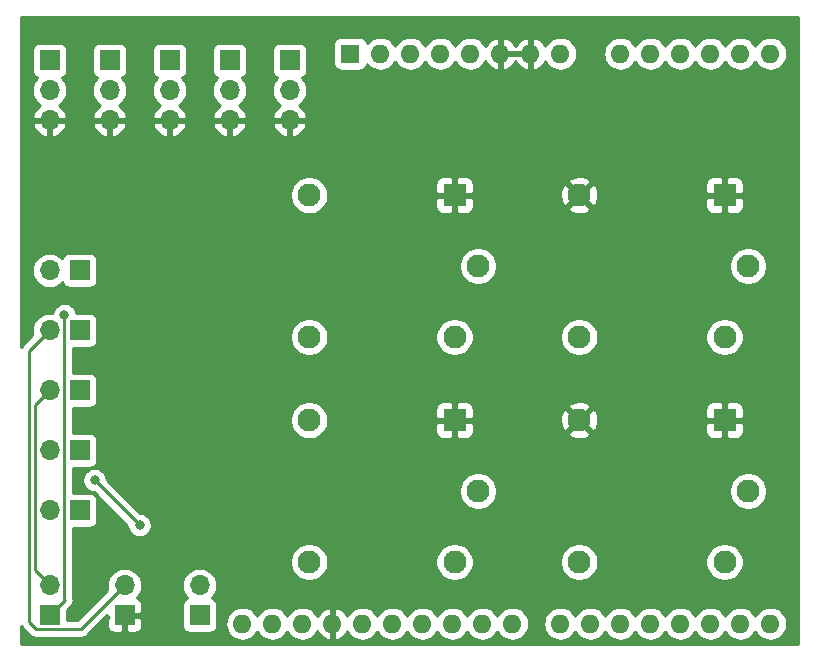
<source format=gbr>
G04 #@! TF.GenerationSoftware,KiCad,Pcbnew,(5.1.2)-1*
G04 #@! TF.CreationDate,2020-05-26T19:14:15-07:00*
G04 #@! TF.ProjectId,MushAuto_UnoShield,4d757368-4175-4746-9f5f-556e6f536869,rev?*
G04 #@! TF.SameCoordinates,Original*
G04 #@! TF.FileFunction,Copper,L2,Bot*
G04 #@! TF.FilePolarity,Positive*
%FSLAX46Y46*%
G04 Gerber Fmt 4.6, Leading zero omitted, Abs format (unit mm)*
G04 Created by KiCad (PCBNEW (5.1.2)-1) date 2020-05-26 19:14:15*
%MOMM*%
%LPD*%
G04 APERTURE LIST*
%ADD10O,1.600000X1.600000*%
%ADD11R,1.600000X1.600000*%
%ADD12C,1.950000*%
%ADD13R,1.950000X1.950000*%
%ADD14O,1.700000X1.700000*%
%ADD15R,1.700000X1.700000*%
%ADD16C,0.800000*%
%ADD17C,0.250000*%
%ADD18C,0.254000*%
G04 APERTURE END LIST*
D10*
X115380000Y-118820000D03*
X117920000Y-118820000D03*
D11*
X124520000Y-70560000D03*
D10*
X155000000Y-118820000D03*
X127060000Y-70560000D03*
X152460000Y-118820000D03*
X129600000Y-70560000D03*
X149920000Y-118820000D03*
X132140000Y-70560000D03*
X147380000Y-118820000D03*
X134680000Y-70560000D03*
X144840000Y-118820000D03*
X137220000Y-70560000D03*
X142300000Y-118820000D03*
X139760000Y-70560000D03*
X138240000Y-118820000D03*
X142300000Y-70560000D03*
X135700000Y-118820000D03*
X147380000Y-70560000D03*
X133160000Y-118820000D03*
X149920000Y-70560000D03*
X130620000Y-118820000D03*
X152460000Y-70560000D03*
X128080000Y-118820000D03*
X155000000Y-70560000D03*
X125540000Y-118820000D03*
X157540000Y-70560000D03*
X123000000Y-118820000D03*
X160080000Y-70560000D03*
X120460000Y-118820000D03*
X160080000Y-118820000D03*
X157540000Y-118820000D03*
D12*
X158210000Y-107600000D03*
X156210000Y-113600000D03*
X143910000Y-113600000D03*
X143910000Y-101600000D03*
D13*
X156210000Y-101600000D03*
D12*
X158210000Y-88550000D03*
X156210000Y-94550000D03*
X143910000Y-94550000D03*
X143910000Y-82550000D03*
D13*
X156210000Y-82550000D03*
D14*
X99060000Y-109220000D03*
D15*
X101600000Y-109220000D03*
D14*
X119380000Y-76200000D03*
X119380000Y-73660000D03*
D15*
X119380000Y-71120000D03*
D12*
X135350000Y-88550000D03*
X133350000Y-94550000D03*
X121050000Y-94550000D03*
X121050000Y-82550000D03*
D13*
X133350000Y-82550000D03*
D12*
X135350000Y-107600000D03*
X133350000Y-113600000D03*
X121050000Y-113600000D03*
X121050000Y-101600000D03*
D13*
X133350000Y-101600000D03*
D15*
X111760000Y-118110000D03*
D14*
X111760000Y-115570000D03*
X99060000Y-76200000D03*
X99060000Y-73660000D03*
D15*
X99060000Y-71120000D03*
D14*
X104140000Y-76200000D03*
X104140000Y-73660000D03*
D15*
X104140000Y-71120000D03*
D14*
X109220000Y-76200000D03*
X109220000Y-73660000D03*
D15*
X109220000Y-71120000D03*
D14*
X114300000Y-76200000D03*
X114300000Y-73660000D03*
D15*
X114300000Y-71120000D03*
D14*
X99060000Y-88900000D03*
D15*
X101600000Y-88900000D03*
D14*
X99060000Y-99060000D03*
D15*
X101600000Y-99060000D03*
D14*
X99060000Y-104140000D03*
D15*
X101600000Y-104140000D03*
D14*
X99060000Y-93980000D03*
D15*
X101600000Y-93980000D03*
D14*
X99060000Y-115570000D03*
D15*
X99060000Y-118110000D03*
X105410000Y-118110000D03*
D14*
X105410000Y-115570000D03*
D16*
X100325735Y-92705735D03*
X102870000Y-106680000D03*
X106680000Y-110490000D03*
D17*
X97949999Y-119285001D02*
X97339990Y-118674992D01*
X105410000Y-115570000D02*
X101694999Y-119285001D01*
X101694999Y-119285001D02*
X97949999Y-119285001D01*
X97339990Y-95700010D02*
X99060000Y-93980000D01*
X97339990Y-118674992D02*
X97339990Y-95700010D01*
X99060000Y-115570000D02*
X97790000Y-114300000D01*
X97790000Y-100330000D02*
X99060000Y-99060000D01*
X97790000Y-114300000D02*
X97790000Y-100330000D01*
X100325735Y-92705735D02*
X100325735Y-116835735D01*
X99060000Y-118110000D02*
X100330000Y-116840000D01*
X106680000Y-110490000D02*
X102870000Y-106680000D01*
D18*
G36*
X162433000Y-120523000D02*
G01*
X96647000Y-120523000D01*
X96647000Y-118990728D01*
X96705016Y-119099268D01*
X96735174Y-119136015D01*
X96799989Y-119214993D01*
X96828992Y-119238795D01*
X97386199Y-119796003D01*
X97409998Y-119825002D01*
X97438996Y-119848800D01*
X97525722Y-119919975D01*
X97657752Y-119990547D01*
X97801013Y-120034004D01*
X97912666Y-120045001D01*
X97912676Y-120045001D01*
X97949998Y-120048677D01*
X97987321Y-120045001D01*
X101657677Y-120045001D01*
X101694999Y-120048677D01*
X101732321Y-120045001D01*
X101732332Y-120045001D01*
X101843985Y-120034004D01*
X101987246Y-119990547D01*
X102119275Y-119919975D01*
X102235000Y-119825002D01*
X102258803Y-119795998D01*
X103925000Y-118129802D01*
X103925000Y-118237002D01*
X104083748Y-118237002D01*
X103925000Y-118395750D01*
X103921928Y-118960000D01*
X103934188Y-119084482D01*
X103970498Y-119204180D01*
X104029463Y-119314494D01*
X104108815Y-119411185D01*
X104205506Y-119490537D01*
X104315820Y-119549502D01*
X104435518Y-119585812D01*
X104560000Y-119598072D01*
X105124250Y-119595000D01*
X105283000Y-119436250D01*
X105283000Y-118237000D01*
X105537000Y-118237000D01*
X105537000Y-119436250D01*
X105695750Y-119595000D01*
X106260000Y-119598072D01*
X106384482Y-119585812D01*
X106504180Y-119549502D01*
X106614494Y-119490537D01*
X106711185Y-119411185D01*
X106790537Y-119314494D01*
X106849502Y-119204180D01*
X106885812Y-119084482D01*
X106898072Y-118960000D01*
X106895000Y-118395750D01*
X106736250Y-118237000D01*
X105537000Y-118237000D01*
X105283000Y-118237000D01*
X105263000Y-118237000D01*
X105263000Y-117983000D01*
X105283000Y-117983000D01*
X105283000Y-117963000D01*
X105537000Y-117963000D01*
X105537000Y-117983000D01*
X106736250Y-117983000D01*
X106895000Y-117824250D01*
X106898072Y-117260000D01*
X106885812Y-117135518D01*
X106849502Y-117015820D01*
X106790537Y-116905506D01*
X106711185Y-116808815D01*
X106614494Y-116729463D01*
X106504180Y-116670498D01*
X106435313Y-116649607D01*
X106465134Y-116625134D01*
X106650706Y-116399014D01*
X106788599Y-116141034D01*
X106873513Y-115861111D01*
X106902185Y-115570000D01*
X110267815Y-115570000D01*
X110296487Y-115861111D01*
X110381401Y-116141034D01*
X110519294Y-116399014D01*
X110704866Y-116625134D01*
X110734687Y-116649607D01*
X110665820Y-116670498D01*
X110555506Y-116729463D01*
X110458815Y-116808815D01*
X110379463Y-116905506D01*
X110320498Y-117015820D01*
X110284188Y-117135518D01*
X110271928Y-117260000D01*
X110271928Y-118960000D01*
X110284188Y-119084482D01*
X110320498Y-119204180D01*
X110379463Y-119314494D01*
X110458815Y-119411185D01*
X110555506Y-119490537D01*
X110665820Y-119549502D01*
X110785518Y-119585812D01*
X110910000Y-119598072D01*
X112610000Y-119598072D01*
X112734482Y-119585812D01*
X112854180Y-119549502D01*
X112964494Y-119490537D01*
X113061185Y-119411185D01*
X113140537Y-119314494D01*
X113199502Y-119204180D01*
X113235812Y-119084482D01*
X113248072Y-118960000D01*
X113248072Y-118820000D01*
X113938057Y-118820000D01*
X113965764Y-119101309D01*
X114047818Y-119371808D01*
X114181068Y-119621101D01*
X114360392Y-119839608D01*
X114578899Y-120018932D01*
X114828192Y-120152182D01*
X115098691Y-120234236D01*
X115309508Y-120255000D01*
X115450492Y-120255000D01*
X115661309Y-120234236D01*
X115931808Y-120152182D01*
X116181101Y-120018932D01*
X116399608Y-119839608D01*
X116578932Y-119621101D01*
X116650000Y-119488142D01*
X116721068Y-119621101D01*
X116900392Y-119839608D01*
X117118899Y-120018932D01*
X117368192Y-120152182D01*
X117638691Y-120234236D01*
X117849508Y-120255000D01*
X117990492Y-120255000D01*
X118201309Y-120234236D01*
X118471808Y-120152182D01*
X118721101Y-120018932D01*
X118939608Y-119839608D01*
X119118932Y-119621101D01*
X119190000Y-119488142D01*
X119261068Y-119621101D01*
X119440392Y-119839608D01*
X119658899Y-120018932D01*
X119908192Y-120152182D01*
X120178691Y-120234236D01*
X120389508Y-120255000D01*
X120530492Y-120255000D01*
X120741309Y-120234236D01*
X121011808Y-120152182D01*
X121261101Y-120018932D01*
X121479608Y-119839608D01*
X121658932Y-119621101D01*
X121732579Y-119483318D01*
X121847615Y-119675131D01*
X122036586Y-119883519D01*
X122262580Y-120051037D01*
X122516913Y-120171246D01*
X122650961Y-120211904D01*
X122873000Y-120089915D01*
X122873000Y-118947000D01*
X122853000Y-118947000D01*
X122853000Y-118693000D01*
X122873000Y-118693000D01*
X122873000Y-117550085D01*
X123127000Y-117550085D01*
X123127000Y-118693000D01*
X123147000Y-118693000D01*
X123147000Y-118947000D01*
X123127000Y-118947000D01*
X123127000Y-120089915D01*
X123349039Y-120211904D01*
X123483087Y-120171246D01*
X123737420Y-120051037D01*
X123963414Y-119883519D01*
X124152385Y-119675131D01*
X124267421Y-119483318D01*
X124341068Y-119621101D01*
X124520392Y-119839608D01*
X124738899Y-120018932D01*
X124988192Y-120152182D01*
X125258691Y-120234236D01*
X125469508Y-120255000D01*
X125610492Y-120255000D01*
X125821309Y-120234236D01*
X126091808Y-120152182D01*
X126341101Y-120018932D01*
X126559608Y-119839608D01*
X126738932Y-119621101D01*
X126810000Y-119488142D01*
X126881068Y-119621101D01*
X127060392Y-119839608D01*
X127278899Y-120018932D01*
X127528192Y-120152182D01*
X127798691Y-120234236D01*
X128009508Y-120255000D01*
X128150492Y-120255000D01*
X128361309Y-120234236D01*
X128631808Y-120152182D01*
X128881101Y-120018932D01*
X129099608Y-119839608D01*
X129278932Y-119621101D01*
X129350000Y-119488142D01*
X129421068Y-119621101D01*
X129600392Y-119839608D01*
X129818899Y-120018932D01*
X130068192Y-120152182D01*
X130338691Y-120234236D01*
X130549508Y-120255000D01*
X130690492Y-120255000D01*
X130901309Y-120234236D01*
X131171808Y-120152182D01*
X131421101Y-120018932D01*
X131639608Y-119839608D01*
X131818932Y-119621101D01*
X131890000Y-119488142D01*
X131961068Y-119621101D01*
X132140392Y-119839608D01*
X132358899Y-120018932D01*
X132608192Y-120152182D01*
X132878691Y-120234236D01*
X133089508Y-120255000D01*
X133230492Y-120255000D01*
X133441309Y-120234236D01*
X133711808Y-120152182D01*
X133961101Y-120018932D01*
X134179608Y-119839608D01*
X134358932Y-119621101D01*
X134430000Y-119488142D01*
X134501068Y-119621101D01*
X134680392Y-119839608D01*
X134898899Y-120018932D01*
X135148192Y-120152182D01*
X135418691Y-120234236D01*
X135629508Y-120255000D01*
X135770492Y-120255000D01*
X135981309Y-120234236D01*
X136251808Y-120152182D01*
X136501101Y-120018932D01*
X136719608Y-119839608D01*
X136898932Y-119621101D01*
X136970000Y-119488142D01*
X137041068Y-119621101D01*
X137220392Y-119839608D01*
X137438899Y-120018932D01*
X137688192Y-120152182D01*
X137958691Y-120234236D01*
X138169508Y-120255000D01*
X138310492Y-120255000D01*
X138521309Y-120234236D01*
X138791808Y-120152182D01*
X139041101Y-120018932D01*
X139259608Y-119839608D01*
X139438932Y-119621101D01*
X139572182Y-119371808D01*
X139654236Y-119101309D01*
X139681943Y-118820000D01*
X140858057Y-118820000D01*
X140885764Y-119101309D01*
X140967818Y-119371808D01*
X141101068Y-119621101D01*
X141280392Y-119839608D01*
X141498899Y-120018932D01*
X141748192Y-120152182D01*
X142018691Y-120234236D01*
X142229508Y-120255000D01*
X142370492Y-120255000D01*
X142581309Y-120234236D01*
X142851808Y-120152182D01*
X143101101Y-120018932D01*
X143319608Y-119839608D01*
X143498932Y-119621101D01*
X143570000Y-119488142D01*
X143641068Y-119621101D01*
X143820392Y-119839608D01*
X144038899Y-120018932D01*
X144288192Y-120152182D01*
X144558691Y-120234236D01*
X144769508Y-120255000D01*
X144910492Y-120255000D01*
X145121309Y-120234236D01*
X145391808Y-120152182D01*
X145641101Y-120018932D01*
X145859608Y-119839608D01*
X146038932Y-119621101D01*
X146110000Y-119488142D01*
X146181068Y-119621101D01*
X146360392Y-119839608D01*
X146578899Y-120018932D01*
X146828192Y-120152182D01*
X147098691Y-120234236D01*
X147309508Y-120255000D01*
X147450492Y-120255000D01*
X147661309Y-120234236D01*
X147931808Y-120152182D01*
X148181101Y-120018932D01*
X148399608Y-119839608D01*
X148578932Y-119621101D01*
X148650000Y-119488142D01*
X148721068Y-119621101D01*
X148900392Y-119839608D01*
X149118899Y-120018932D01*
X149368192Y-120152182D01*
X149638691Y-120234236D01*
X149849508Y-120255000D01*
X149990492Y-120255000D01*
X150201309Y-120234236D01*
X150471808Y-120152182D01*
X150721101Y-120018932D01*
X150939608Y-119839608D01*
X151118932Y-119621101D01*
X151190000Y-119488142D01*
X151261068Y-119621101D01*
X151440392Y-119839608D01*
X151658899Y-120018932D01*
X151908192Y-120152182D01*
X152178691Y-120234236D01*
X152389508Y-120255000D01*
X152530492Y-120255000D01*
X152741309Y-120234236D01*
X153011808Y-120152182D01*
X153261101Y-120018932D01*
X153479608Y-119839608D01*
X153658932Y-119621101D01*
X153730000Y-119488142D01*
X153801068Y-119621101D01*
X153980392Y-119839608D01*
X154198899Y-120018932D01*
X154448192Y-120152182D01*
X154718691Y-120234236D01*
X154929508Y-120255000D01*
X155070492Y-120255000D01*
X155281309Y-120234236D01*
X155551808Y-120152182D01*
X155801101Y-120018932D01*
X156019608Y-119839608D01*
X156198932Y-119621101D01*
X156270000Y-119488142D01*
X156341068Y-119621101D01*
X156520392Y-119839608D01*
X156738899Y-120018932D01*
X156988192Y-120152182D01*
X157258691Y-120234236D01*
X157469508Y-120255000D01*
X157610492Y-120255000D01*
X157821309Y-120234236D01*
X158091808Y-120152182D01*
X158341101Y-120018932D01*
X158559608Y-119839608D01*
X158738932Y-119621101D01*
X158810000Y-119488142D01*
X158881068Y-119621101D01*
X159060392Y-119839608D01*
X159278899Y-120018932D01*
X159528192Y-120152182D01*
X159798691Y-120234236D01*
X160009508Y-120255000D01*
X160150492Y-120255000D01*
X160361309Y-120234236D01*
X160631808Y-120152182D01*
X160881101Y-120018932D01*
X161099608Y-119839608D01*
X161278932Y-119621101D01*
X161412182Y-119371808D01*
X161494236Y-119101309D01*
X161521943Y-118820000D01*
X161494236Y-118538691D01*
X161412182Y-118268192D01*
X161278932Y-118018899D01*
X161099608Y-117800392D01*
X160881101Y-117621068D01*
X160631808Y-117487818D01*
X160361309Y-117405764D01*
X160150492Y-117385000D01*
X160009508Y-117385000D01*
X159798691Y-117405764D01*
X159528192Y-117487818D01*
X159278899Y-117621068D01*
X159060392Y-117800392D01*
X158881068Y-118018899D01*
X158810000Y-118151858D01*
X158738932Y-118018899D01*
X158559608Y-117800392D01*
X158341101Y-117621068D01*
X158091808Y-117487818D01*
X157821309Y-117405764D01*
X157610492Y-117385000D01*
X157469508Y-117385000D01*
X157258691Y-117405764D01*
X156988192Y-117487818D01*
X156738899Y-117621068D01*
X156520392Y-117800392D01*
X156341068Y-118018899D01*
X156270000Y-118151858D01*
X156198932Y-118018899D01*
X156019608Y-117800392D01*
X155801101Y-117621068D01*
X155551808Y-117487818D01*
X155281309Y-117405764D01*
X155070492Y-117385000D01*
X154929508Y-117385000D01*
X154718691Y-117405764D01*
X154448192Y-117487818D01*
X154198899Y-117621068D01*
X153980392Y-117800392D01*
X153801068Y-118018899D01*
X153730000Y-118151858D01*
X153658932Y-118018899D01*
X153479608Y-117800392D01*
X153261101Y-117621068D01*
X153011808Y-117487818D01*
X152741309Y-117405764D01*
X152530492Y-117385000D01*
X152389508Y-117385000D01*
X152178691Y-117405764D01*
X151908192Y-117487818D01*
X151658899Y-117621068D01*
X151440392Y-117800392D01*
X151261068Y-118018899D01*
X151190000Y-118151858D01*
X151118932Y-118018899D01*
X150939608Y-117800392D01*
X150721101Y-117621068D01*
X150471808Y-117487818D01*
X150201309Y-117405764D01*
X149990492Y-117385000D01*
X149849508Y-117385000D01*
X149638691Y-117405764D01*
X149368192Y-117487818D01*
X149118899Y-117621068D01*
X148900392Y-117800392D01*
X148721068Y-118018899D01*
X148650000Y-118151858D01*
X148578932Y-118018899D01*
X148399608Y-117800392D01*
X148181101Y-117621068D01*
X147931808Y-117487818D01*
X147661309Y-117405764D01*
X147450492Y-117385000D01*
X147309508Y-117385000D01*
X147098691Y-117405764D01*
X146828192Y-117487818D01*
X146578899Y-117621068D01*
X146360392Y-117800392D01*
X146181068Y-118018899D01*
X146110000Y-118151858D01*
X146038932Y-118018899D01*
X145859608Y-117800392D01*
X145641101Y-117621068D01*
X145391808Y-117487818D01*
X145121309Y-117405764D01*
X144910492Y-117385000D01*
X144769508Y-117385000D01*
X144558691Y-117405764D01*
X144288192Y-117487818D01*
X144038899Y-117621068D01*
X143820392Y-117800392D01*
X143641068Y-118018899D01*
X143570000Y-118151858D01*
X143498932Y-118018899D01*
X143319608Y-117800392D01*
X143101101Y-117621068D01*
X142851808Y-117487818D01*
X142581309Y-117405764D01*
X142370492Y-117385000D01*
X142229508Y-117385000D01*
X142018691Y-117405764D01*
X141748192Y-117487818D01*
X141498899Y-117621068D01*
X141280392Y-117800392D01*
X141101068Y-118018899D01*
X140967818Y-118268192D01*
X140885764Y-118538691D01*
X140858057Y-118820000D01*
X139681943Y-118820000D01*
X139654236Y-118538691D01*
X139572182Y-118268192D01*
X139438932Y-118018899D01*
X139259608Y-117800392D01*
X139041101Y-117621068D01*
X138791808Y-117487818D01*
X138521309Y-117405764D01*
X138310492Y-117385000D01*
X138169508Y-117385000D01*
X137958691Y-117405764D01*
X137688192Y-117487818D01*
X137438899Y-117621068D01*
X137220392Y-117800392D01*
X137041068Y-118018899D01*
X136970000Y-118151858D01*
X136898932Y-118018899D01*
X136719608Y-117800392D01*
X136501101Y-117621068D01*
X136251808Y-117487818D01*
X135981309Y-117405764D01*
X135770492Y-117385000D01*
X135629508Y-117385000D01*
X135418691Y-117405764D01*
X135148192Y-117487818D01*
X134898899Y-117621068D01*
X134680392Y-117800392D01*
X134501068Y-118018899D01*
X134430000Y-118151858D01*
X134358932Y-118018899D01*
X134179608Y-117800392D01*
X133961101Y-117621068D01*
X133711808Y-117487818D01*
X133441309Y-117405764D01*
X133230492Y-117385000D01*
X133089508Y-117385000D01*
X132878691Y-117405764D01*
X132608192Y-117487818D01*
X132358899Y-117621068D01*
X132140392Y-117800392D01*
X131961068Y-118018899D01*
X131890000Y-118151858D01*
X131818932Y-118018899D01*
X131639608Y-117800392D01*
X131421101Y-117621068D01*
X131171808Y-117487818D01*
X130901309Y-117405764D01*
X130690492Y-117385000D01*
X130549508Y-117385000D01*
X130338691Y-117405764D01*
X130068192Y-117487818D01*
X129818899Y-117621068D01*
X129600392Y-117800392D01*
X129421068Y-118018899D01*
X129350000Y-118151858D01*
X129278932Y-118018899D01*
X129099608Y-117800392D01*
X128881101Y-117621068D01*
X128631808Y-117487818D01*
X128361309Y-117405764D01*
X128150492Y-117385000D01*
X128009508Y-117385000D01*
X127798691Y-117405764D01*
X127528192Y-117487818D01*
X127278899Y-117621068D01*
X127060392Y-117800392D01*
X126881068Y-118018899D01*
X126810000Y-118151858D01*
X126738932Y-118018899D01*
X126559608Y-117800392D01*
X126341101Y-117621068D01*
X126091808Y-117487818D01*
X125821309Y-117405764D01*
X125610492Y-117385000D01*
X125469508Y-117385000D01*
X125258691Y-117405764D01*
X124988192Y-117487818D01*
X124738899Y-117621068D01*
X124520392Y-117800392D01*
X124341068Y-118018899D01*
X124267421Y-118156682D01*
X124152385Y-117964869D01*
X123963414Y-117756481D01*
X123737420Y-117588963D01*
X123483087Y-117468754D01*
X123349039Y-117428096D01*
X123127000Y-117550085D01*
X122873000Y-117550085D01*
X122650961Y-117428096D01*
X122516913Y-117468754D01*
X122262580Y-117588963D01*
X122036586Y-117756481D01*
X121847615Y-117964869D01*
X121732579Y-118156682D01*
X121658932Y-118018899D01*
X121479608Y-117800392D01*
X121261101Y-117621068D01*
X121011808Y-117487818D01*
X120741309Y-117405764D01*
X120530492Y-117385000D01*
X120389508Y-117385000D01*
X120178691Y-117405764D01*
X119908192Y-117487818D01*
X119658899Y-117621068D01*
X119440392Y-117800392D01*
X119261068Y-118018899D01*
X119190000Y-118151858D01*
X119118932Y-118018899D01*
X118939608Y-117800392D01*
X118721101Y-117621068D01*
X118471808Y-117487818D01*
X118201309Y-117405764D01*
X117990492Y-117385000D01*
X117849508Y-117385000D01*
X117638691Y-117405764D01*
X117368192Y-117487818D01*
X117118899Y-117621068D01*
X116900392Y-117800392D01*
X116721068Y-118018899D01*
X116650000Y-118151858D01*
X116578932Y-118018899D01*
X116399608Y-117800392D01*
X116181101Y-117621068D01*
X115931808Y-117487818D01*
X115661309Y-117405764D01*
X115450492Y-117385000D01*
X115309508Y-117385000D01*
X115098691Y-117405764D01*
X114828192Y-117487818D01*
X114578899Y-117621068D01*
X114360392Y-117800392D01*
X114181068Y-118018899D01*
X114047818Y-118268192D01*
X113965764Y-118538691D01*
X113938057Y-118820000D01*
X113248072Y-118820000D01*
X113248072Y-117260000D01*
X113235812Y-117135518D01*
X113199502Y-117015820D01*
X113140537Y-116905506D01*
X113061185Y-116808815D01*
X112964494Y-116729463D01*
X112854180Y-116670498D01*
X112785313Y-116649607D01*
X112815134Y-116625134D01*
X113000706Y-116399014D01*
X113138599Y-116141034D01*
X113223513Y-115861111D01*
X113252185Y-115570000D01*
X113223513Y-115278889D01*
X113138599Y-114998966D01*
X113000706Y-114740986D01*
X112815134Y-114514866D01*
X112589014Y-114329294D01*
X112331034Y-114191401D01*
X112051111Y-114106487D01*
X111832950Y-114085000D01*
X111687050Y-114085000D01*
X111468889Y-114106487D01*
X111188966Y-114191401D01*
X110930986Y-114329294D01*
X110704866Y-114514866D01*
X110519294Y-114740986D01*
X110381401Y-114998966D01*
X110296487Y-115278889D01*
X110267815Y-115570000D01*
X106902185Y-115570000D01*
X106873513Y-115278889D01*
X106788599Y-114998966D01*
X106650706Y-114740986D01*
X106465134Y-114514866D01*
X106239014Y-114329294D01*
X105981034Y-114191401D01*
X105701111Y-114106487D01*
X105482950Y-114085000D01*
X105337050Y-114085000D01*
X105118889Y-114106487D01*
X104838966Y-114191401D01*
X104580986Y-114329294D01*
X104354866Y-114514866D01*
X104169294Y-114740986D01*
X104031401Y-114998966D01*
X103946487Y-115278889D01*
X103917815Y-115570000D01*
X103946487Y-115861111D01*
X103969203Y-115935995D01*
X101380198Y-118525001D01*
X100548072Y-118525001D01*
X100548072Y-117696730D01*
X100893799Y-117351003D01*
X100964973Y-117264277D01*
X101035546Y-117132247D01*
X101079002Y-116988987D01*
X101093676Y-116840001D01*
X101085735Y-116759376D01*
X101085735Y-113441429D01*
X119440000Y-113441429D01*
X119440000Y-113758571D01*
X119501871Y-114069620D01*
X119623237Y-114362621D01*
X119799431Y-114626315D01*
X120023685Y-114850569D01*
X120287379Y-115026763D01*
X120580380Y-115148129D01*
X120891429Y-115210000D01*
X121208571Y-115210000D01*
X121519620Y-115148129D01*
X121812621Y-115026763D01*
X122076315Y-114850569D01*
X122300569Y-114626315D01*
X122476763Y-114362621D01*
X122598129Y-114069620D01*
X122660000Y-113758571D01*
X122660000Y-113441429D01*
X131740000Y-113441429D01*
X131740000Y-113758571D01*
X131801871Y-114069620D01*
X131923237Y-114362621D01*
X132099431Y-114626315D01*
X132323685Y-114850569D01*
X132587379Y-115026763D01*
X132880380Y-115148129D01*
X133191429Y-115210000D01*
X133508571Y-115210000D01*
X133819620Y-115148129D01*
X134112621Y-115026763D01*
X134376315Y-114850569D01*
X134600569Y-114626315D01*
X134776763Y-114362621D01*
X134898129Y-114069620D01*
X134960000Y-113758571D01*
X134960000Y-113441429D01*
X142300000Y-113441429D01*
X142300000Y-113758571D01*
X142361871Y-114069620D01*
X142483237Y-114362621D01*
X142659431Y-114626315D01*
X142883685Y-114850569D01*
X143147379Y-115026763D01*
X143440380Y-115148129D01*
X143751429Y-115210000D01*
X144068571Y-115210000D01*
X144379620Y-115148129D01*
X144672621Y-115026763D01*
X144936315Y-114850569D01*
X145160569Y-114626315D01*
X145336763Y-114362621D01*
X145458129Y-114069620D01*
X145520000Y-113758571D01*
X145520000Y-113441429D01*
X154600000Y-113441429D01*
X154600000Y-113758571D01*
X154661871Y-114069620D01*
X154783237Y-114362621D01*
X154959431Y-114626315D01*
X155183685Y-114850569D01*
X155447379Y-115026763D01*
X155740380Y-115148129D01*
X156051429Y-115210000D01*
X156368571Y-115210000D01*
X156679620Y-115148129D01*
X156972621Y-115026763D01*
X157236315Y-114850569D01*
X157460569Y-114626315D01*
X157636763Y-114362621D01*
X157758129Y-114069620D01*
X157820000Y-113758571D01*
X157820000Y-113441429D01*
X157758129Y-113130380D01*
X157636763Y-112837379D01*
X157460569Y-112573685D01*
X157236315Y-112349431D01*
X156972621Y-112173237D01*
X156679620Y-112051871D01*
X156368571Y-111990000D01*
X156051429Y-111990000D01*
X155740380Y-112051871D01*
X155447379Y-112173237D01*
X155183685Y-112349431D01*
X154959431Y-112573685D01*
X154783237Y-112837379D01*
X154661871Y-113130380D01*
X154600000Y-113441429D01*
X145520000Y-113441429D01*
X145458129Y-113130380D01*
X145336763Y-112837379D01*
X145160569Y-112573685D01*
X144936315Y-112349431D01*
X144672621Y-112173237D01*
X144379620Y-112051871D01*
X144068571Y-111990000D01*
X143751429Y-111990000D01*
X143440380Y-112051871D01*
X143147379Y-112173237D01*
X142883685Y-112349431D01*
X142659431Y-112573685D01*
X142483237Y-112837379D01*
X142361871Y-113130380D01*
X142300000Y-113441429D01*
X134960000Y-113441429D01*
X134898129Y-113130380D01*
X134776763Y-112837379D01*
X134600569Y-112573685D01*
X134376315Y-112349431D01*
X134112621Y-112173237D01*
X133819620Y-112051871D01*
X133508571Y-111990000D01*
X133191429Y-111990000D01*
X132880380Y-112051871D01*
X132587379Y-112173237D01*
X132323685Y-112349431D01*
X132099431Y-112573685D01*
X131923237Y-112837379D01*
X131801871Y-113130380D01*
X131740000Y-113441429D01*
X122660000Y-113441429D01*
X122598129Y-113130380D01*
X122476763Y-112837379D01*
X122300569Y-112573685D01*
X122076315Y-112349431D01*
X121812621Y-112173237D01*
X121519620Y-112051871D01*
X121208571Y-111990000D01*
X120891429Y-111990000D01*
X120580380Y-112051871D01*
X120287379Y-112173237D01*
X120023685Y-112349431D01*
X119799431Y-112573685D01*
X119623237Y-112837379D01*
X119501871Y-113130380D01*
X119440000Y-113441429D01*
X101085735Y-113441429D01*
X101085735Y-110708072D01*
X102450000Y-110708072D01*
X102574482Y-110695812D01*
X102694180Y-110659502D01*
X102804494Y-110600537D01*
X102901185Y-110521185D01*
X102980537Y-110424494D01*
X103039502Y-110314180D01*
X103075812Y-110194482D01*
X103088072Y-110070000D01*
X103088072Y-108370000D01*
X103075812Y-108245518D01*
X103039502Y-108125820D01*
X102980537Y-108015506D01*
X102901185Y-107918815D01*
X102804494Y-107839463D01*
X102694180Y-107780498D01*
X102574482Y-107744188D01*
X102450000Y-107731928D01*
X101085735Y-107731928D01*
X101085735Y-106578061D01*
X101835000Y-106578061D01*
X101835000Y-106781939D01*
X101874774Y-106981898D01*
X101952795Y-107170256D01*
X102066063Y-107339774D01*
X102210226Y-107483937D01*
X102379744Y-107597205D01*
X102568102Y-107675226D01*
X102768061Y-107715000D01*
X102830199Y-107715000D01*
X105645000Y-110529802D01*
X105645000Y-110591939D01*
X105684774Y-110791898D01*
X105762795Y-110980256D01*
X105876063Y-111149774D01*
X106020226Y-111293937D01*
X106189744Y-111407205D01*
X106378102Y-111485226D01*
X106578061Y-111525000D01*
X106781939Y-111525000D01*
X106981898Y-111485226D01*
X107170256Y-111407205D01*
X107339774Y-111293937D01*
X107483937Y-111149774D01*
X107597205Y-110980256D01*
X107675226Y-110791898D01*
X107715000Y-110591939D01*
X107715000Y-110388061D01*
X107675226Y-110188102D01*
X107597205Y-109999744D01*
X107483937Y-109830226D01*
X107339774Y-109686063D01*
X107170256Y-109572795D01*
X106981898Y-109494774D01*
X106781939Y-109455000D01*
X106719802Y-109455000D01*
X104706231Y-107441429D01*
X133740000Y-107441429D01*
X133740000Y-107758571D01*
X133801871Y-108069620D01*
X133923237Y-108362621D01*
X134099431Y-108626315D01*
X134323685Y-108850569D01*
X134587379Y-109026763D01*
X134880380Y-109148129D01*
X135191429Y-109210000D01*
X135508571Y-109210000D01*
X135819620Y-109148129D01*
X136112621Y-109026763D01*
X136376315Y-108850569D01*
X136600569Y-108626315D01*
X136776763Y-108362621D01*
X136898129Y-108069620D01*
X136960000Y-107758571D01*
X136960000Y-107441429D01*
X156600000Y-107441429D01*
X156600000Y-107758571D01*
X156661871Y-108069620D01*
X156783237Y-108362621D01*
X156959431Y-108626315D01*
X157183685Y-108850569D01*
X157447379Y-109026763D01*
X157740380Y-109148129D01*
X158051429Y-109210000D01*
X158368571Y-109210000D01*
X158679620Y-109148129D01*
X158972621Y-109026763D01*
X159236315Y-108850569D01*
X159460569Y-108626315D01*
X159636763Y-108362621D01*
X159758129Y-108069620D01*
X159820000Y-107758571D01*
X159820000Y-107441429D01*
X159758129Y-107130380D01*
X159636763Y-106837379D01*
X159460569Y-106573685D01*
X159236315Y-106349431D01*
X158972621Y-106173237D01*
X158679620Y-106051871D01*
X158368571Y-105990000D01*
X158051429Y-105990000D01*
X157740380Y-106051871D01*
X157447379Y-106173237D01*
X157183685Y-106349431D01*
X156959431Y-106573685D01*
X156783237Y-106837379D01*
X156661871Y-107130380D01*
X156600000Y-107441429D01*
X136960000Y-107441429D01*
X136898129Y-107130380D01*
X136776763Y-106837379D01*
X136600569Y-106573685D01*
X136376315Y-106349431D01*
X136112621Y-106173237D01*
X135819620Y-106051871D01*
X135508571Y-105990000D01*
X135191429Y-105990000D01*
X134880380Y-106051871D01*
X134587379Y-106173237D01*
X134323685Y-106349431D01*
X134099431Y-106573685D01*
X133923237Y-106837379D01*
X133801871Y-107130380D01*
X133740000Y-107441429D01*
X104706231Y-107441429D01*
X103905000Y-106640199D01*
X103905000Y-106578061D01*
X103865226Y-106378102D01*
X103787205Y-106189744D01*
X103673937Y-106020226D01*
X103529774Y-105876063D01*
X103360256Y-105762795D01*
X103171898Y-105684774D01*
X102971939Y-105645000D01*
X102768061Y-105645000D01*
X102568102Y-105684774D01*
X102379744Y-105762795D01*
X102210226Y-105876063D01*
X102066063Y-106020226D01*
X101952795Y-106189744D01*
X101874774Y-106378102D01*
X101835000Y-106578061D01*
X101085735Y-106578061D01*
X101085735Y-105628072D01*
X102450000Y-105628072D01*
X102574482Y-105615812D01*
X102694180Y-105579502D01*
X102804494Y-105520537D01*
X102901185Y-105441185D01*
X102980537Y-105344494D01*
X103039502Y-105234180D01*
X103075812Y-105114482D01*
X103088072Y-104990000D01*
X103088072Y-103290000D01*
X103075812Y-103165518D01*
X103039502Y-103045820D01*
X102980537Y-102935506D01*
X102901185Y-102838815D01*
X102804494Y-102759463D01*
X102694180Y-102700498D01*
X102574482Y-102664188D01*
X102450000Y-102651928D01*
X101085735Y-102651928D01*
X101085735Y-101441429D01*
X119440000Y-101441429D01*
X119440000Y-101758571D01*
X119501871Y-102069620D01*
X119623237Y-102362621D01*
X119799431Y-102626315D01*
X120023685Y-102850569D01*
X120287379Y-103026763D01*
X120580380Y-103148129D01*
X120891429Y-103210000D01*
X121208571Y-103210000D01*
X121519620Y-103148129D01*
X121812621Y-103026763D01*
X122076315Y-102850569D01*
X122300569Y-102626315D01*
X122334856Y-102575000D01*
X131736928Y-102575000D01*
X131749188Y-102699482D01*
X131785498Y-102819180D01*
X131844463Y-102929494D01*
X131923815Y-103026185D01*
X132020506Y-103105537D01*
X132130820Y-103164502D01*
X132250518Y-103200812D01*
X132375000Y-103213072D01*
X133064250Y-103210000D01*
X133223000Y-103051250D01*
X133223000Y-101727000D01*
X133477000Y-101727000D01*
X133477000Y-103051250D01*
X133635750Y-103210000D01*
X134325000Y-103213072D01*
X134449482Y-103200812D01*
X134569180Y-103164502D01*
X134679494Y-103105537D01*
X134776185Y-103026185D01*
X134855537Y-102929494D01*
X134914502Y-102819180D01*
X134945320Y-102717584D01*
X142972021Y-102717584D01*
X143064766Y-102979429D01*
X143350120Y-103117820D01*
X143656990Y-103197883D01*
X143973584Y-103216540D01*
X144287733Y-103173074D01*
X144587367Y-103069156D01*
X144755234Y-102979429D01*
X144847979Y-102717584D01*
X144705395Y-102575000D01*
X154596928Y-102575000D01*
X154609188Y-102699482D01*
X154645498Y-102819180D01*
X154704463Y-102929494D01*
X154783815Y-103026185D01*
X154880506Y-103105537D01*
X154990820Y-103164502D01*
X155110518Y-103200812D01*
X155235000Y-103213072D01*
X155924250Y-103210000D01*
X156083000Y-103051250D01*
X156083000Y-101727000D01*
X156337000Y-101727000D01*
X156337000Y-103051250D01*
X156495750Y-103210000D01*
X157185000Y-103213072D01*
X157309482Y-103200812D01*
X157429180Y-103164502D01*
X157539494Y-103105537D01*
X157636185Y-103026185D01*
X157715537Y-102929494D01*
X157774502Y-102819180D01*
X157810812Y-102699482D01*
X157823072Y-102575000D01*
X157820000Y-101885750D01*
X157661250Y-101727000D01*
X156337000Y-101727000D01*
X156083000Y-101727000D01*
X154758750Y-101727000D01*
X154600000Y-101885750D01*
X154596928Y-102575000D01*
X144705395Y-102575000D01*
X143910000Y-101779605D01*
X142972021Y-102717584D01*
X134945320Y-102717584D01*
X134950812Y-102699482D01*
X134963072Y-102575000D01*
X134960000Y-101885750D01*
X134801250Y-101727000D01*
X133477000Y-101727000D01*
X133223000Y-101727000D01*
X131898750Y-101727000D01*
X131740000Y-101885750D01*
X131736928Y-102575000D01*
X122334856Y-102575000D01*
X122476763Y-102362621D01*
X122598129Y-102069620D01*
X122660000Y-101758571D01*
X122660000Y-101663584D01*
X142293460Y-101663584D01*
X142336926Y-101977733D01*
X142440844Y-102277367D01*
X142530571Y-102445234D01*
X142792416Y-102537979D01*
X143730395Y-101600000D01*
X144089605Y-101600000D01*
X145027584Y-102537979D01*
X145289429Y-102445234D01*
X145427820Y-102159880D01*
X145507883Y-101853010D01*
X145526540Y-101536416D01*
X145483074Y-101222267D01*
X145379156Y-100922633D01*
X145289429Y-100754766D01*
X145027584Y-100662021D01*
X144089605Y-101600000D01*
X143730395Y-101600000D01*
X142792416Y-100662021D01*
X142530571Y-100754766D01*
X142392180Y-101040120D01*
X142312117Y-101346990D01*
X142293460Y-101663584D01*
X122660000Y-101663584D01*
X122660000Y-101441429D01*
X122598129Y-101130380D01*
X122476763Y-100837379D01*
X122334857Y-100625000D01*
X131736928Y-100625000D01*
X131740000Y-101314250D01*
X131898750Y-101473000D01*
X133223000Y-101473000D01*
X133223000Y-100148750D01*
X133477000Y-100148750D01*
X133477000Y-101473000D01*
X134801250Y-101473000D01*
X134960000Y-101314250D01*
X134963072Y-100625000D01*
X134950812Y-100500518D01*
X134945321Y-100482416D01*
X142972021Y-100482416D01*
X143910000Y-101420395D01*
X144705395Y-100625000D01*
X154596928Y-100625000D01*
X154600000Y-101314250D01*
X154758750Y-101473000D01*
X156083000Y-101473000D01*
X156083000Y-100148750D01*
X156337000Y-100148750D01*
X156337000Y-101473000D01*
X157661250Y-101473000D01*
X157820000Y-101314250D01*
X157823072Y-100625000D01*
X157810812Y-100500518D01*
X157774502Y-100380820D01*
X157715537Y-100270506D01*
X157636185Y-100173815D01*
X157539494Y-100094463D01*
X157429180Y-100035498D01*
X157309482Y-99999188D01*
X157185000Y-99986928D01*
X156495750Y-99990000D01*
X156337000Y-100148750D01*
X156083000Y-100148750D01*
X155924250Y-99990000D01*
X155235000Y-99986928D01*
X155110518Y-99999188D01*
X154990820Y-100035498D01*
X154880506Y-100094463D01*
X154783815Y-100173815D01*
X154704463Y-100270506D01*
X154645498Y-100380820D01*
X154609188Y-100500518D01*
X154596928Y-100625000D01*
X144705395Y-100625000D01*
X144847979Y-100482416D01*
X144755234Y-100220571D01*
X144469880Y-100082180D01*
X144163010Y-100002117D01*
X143846416Y-99983460D01*
X143532267Y-100026926D01*
X143232633Y-100130844D01*
X143064766Y-100220571D01*
X142972021Y-100482416D01*
X134945321Y-100482416D01*
X134914502Y-100380820D01*
X134855537Y-100270506D01*
X134776185Y-100173815D01*
X134679494Y-100094463D01*
X134569180Y-100035498D01*
X134449482Y-99999188D01*
X134325000Y-99986928D01*
X133635750Y-99990000D01*
X133477000Y-100148750D01*
X133223000Y-100148750D01*
X133064250Y-99990000D01*
X132375000Y-99986928D01*
X132250518Y-99999188D01*
X132130820Y-100035498D01*
X132020506Y-100094463D01*
X131923815Y-100173815D01*
X131844463Y-100270506D01*
X131785498Y-100380820D01*
X131749188Y-100500518D01*
X131736928Y-100625000D01*
X122334857Y-100625000D01*
X122300569Y-100573685D01*
X122076315Y-100349431D01*
X121812621Y-100173237D01*
X121519620Y-100051871D01*
X121208571Y-99990000D01*
X120891429Y-99990000D01*
X120580380Y-100051871D01*
X120287379Y-100173237D01*
X120023685Y-100349431D01*
X119799431Y-100573685D01*
X119623237Y-100837379D01*
X119501871Y-101130380D01*
X119440000Y-101441429D01*
X101085735Y-101441429D01*
X101085735Y-100548072D01*
X102450000Y-100548072D01*
X102574482Y-100535812D01*
X102694180Y-100499502D01*
X102804494Y-100440537D01*
X102901185Y-100361185D01*
X102980537Y-100264494D01*
X103039502Y-100154180D01*
X103075812Y-100034482D01*
X103088072Y-99910000D01*
X103088072Y-98210000D01*
X103075812Y-98085518D01*
X103039502Y-97965820D01*
X102980537Y-97855506D01*
X102901185Y-97758815D01*
X102804494Y-97679463D01*
X102694180Y-97620498D01*
X102574482Y-97584188D01*
X102450000Y-97571928D01*
X101085735Y-97571928D01*
X101085735Y-95468072D01*
X102450000Y-95468072D01*
X102574482Y-95455812D01*
X102694180Y-95419502D01*
X102804494Y-95360537D01*
X102901185Y-95281185D01*
X102980537Y-95184494D01*
X103039502Y-95074180D01*
X103075812Y-94954482D01*
X103088072Y-94830000D01*
X103088072Y-94391429D01*
X119440000Y-94391429D01*
X119440000Y-94708571D01*
X119501871Y-95019620D01*
X119623237Y-95312621D01*
X119799431Y-95576315D01*
X120023685Y-95800569D01*
X120287379Y-95976763D01*
X120580380Y-96098129D01*
X120891429Y-96160000D01*
X121208571Y-96160000D01*
X121519620Y-96098129D01*
X121812621Y-95976763D01*
X122076315Y-95800569D01*
X122300569Y-95576315D01*
X122476763Y-95312621D01*
X122598129Y-95019620D01*
X122660000Y-94708571D01*
X122660000Y-94391429D01*
X131740000Y-94391429D01*
X131740000Y-94708571D01*
X131801871Y-95019620D01*
X131923237Y-95312621D01*
X132099431Y-95576315D01*
X132323685Y-95800569D01*
X132587379Y-95976763D01*
X132880380Y-96098129D01*
X133191429Y-96160000D01*
X133508571Y-96160000D01*
X133819620Y-96098129D01*
X134112621Y-95976763D01*
X134376315Y-95800569D01*
X134600569Y-95576315D01*
X134776763Y-95312621D01*
X134898129Y-95019620D01*
X134960000Y-94708571D01*
X134960000Y-94391429D01*
X142300000Y-94391429D01*
X142300000Y-94708571D01*
X142361871Y-95019620D01*
X142483237Y-95312621D01*
X142659431Y-95576315D01*
X142883685Y-95800569D01*
X143147379Y-95976763D01*
X143440380Y-96098129D01*
X143751429Y-96160000D01*
X144068571Y-96160000D01*
X144379620Y-96098129D01*
X144672621Y-95976763D01*
X144936315Y-95800569D01*
X145160569Y-95576315D01*
X145336763Y-95312621D01*
X145458129Y-95019620D01*
X145520000Y-94708571D01*
X145520000Y-94391429D01*
X154600000Y-94391429D01*
X154600000Y-94708571D01*
X154661871Y-95019620D01*
X154783237Y-95312621D01*
X154959431Y-95576315D01*
X155183685Y-95800569D01*
X155447379Y-95976763D01*
X155740380Y-96098129D01*
X156051429Y-96160000D01*
X156368571Y-96160000D01*
X156679620Y-96098129D01*
X156972621Y-95976763D01*
X157236315Y-95800569D01*
X157460569Y-95576315D01*
X157636763Y-95312621D01*
X157758129Y-95019620D01*
X157820000Y-94708571D01*
X157820000Y-94391429D01*
X157758129Y-94080380D01*
X157636763Y-93787379D01*
X157460569Y-93523685D01*
X157236315Y-93299431D01*
X156972621Y-93123237D01*
X156679620Y-93001871D01*
X156368571Y-92940000D01*
X156051429Y-92940000D01*
X155740380Y-93001871D01*
X155447379Y-93123237D01*
X155183685Y-93299431D01*
X154959431Y-93523685D01*
X154783237Y-93787379D01*
X154661871Y-94080380D01*
X154600000Y-94391429D01*
X145520000Y-94391429D01*
X145458129Y-94080380D01*
X145336763Y-93787379D01*
X145160569Y-93523685D01*
X144936315Y-93299431D01*
X144672621Y-93123237D01*
X144379620Y-93001871D01*
X144068571Y-92940000D01*
X143751429Y-92940000D01*
X143440380Y-93001871D01*
X143147379Y-93123237D01*
X142883685Y-93299431D01*
X142659431Y-93523685D01*
X142483237Y-93787379D01*
X142361871Y-94080380D01*
X142300000Y-94391429D01*
X134960000Y-94391429D01*
X134898129Y-94080380D01*
X134776763Y-93787379D01*
X134600569Y-93523685D01*
X134376315Y-93299431D01*
X134112621Y-93123237D01*
X133819620Y-93001871D01*
X133508571Y-92940000D01*
X133191429Y-92940000D01*
X132880380Y-93001871D01*
X132587379Y-93123237D01*
X132323685Y-93299431D01*
X132099431Y-93523685D01*
X131923237Y-93787379D01*
X131801871Y-94080380D01*
X131740000Y-94391429D01*
X122660000Y-94391429D01*
X122598129Y-94080380D01*
X122476763Y-93787379D01*
X122300569Y-93523685D01*
X122076315Y-93299431D01*
X121812621Y-93123237D01*
X121519620Y-93001871D01*
X121208571Y-92940000D01*
X120891429Y-92940000D01*
X120580380Y-93001871D01*
X120287379Y-93123237D01*
X120023685Y-93299431D01*
X119799431Y-93523685D01*
X119623237Y-93787379D01*
X119501871Y-94080380D01*
X119440000Y-94391429D01*
X103088072Y-94391429D01*
X103088072Y-93130000D01*
X103075812Y-93005518D01*
X103039502Y-92885820D01*
X102980537Y-92775506D01*
X102901185Y-92678815D01*
X102804494Y-92599463D01*
X102694180Y-92540498D01*
X102574482Y-92504188D01*
X102450000Y-92491928D01*
X101338483Y-92491928D01*
X101320961Y-92403837D01*
X101242940Y-92215479D01*
X101129672Y-92045961D01*
X100985509Y-91901798D01*
X100815991Y-91788530D01*
X100627633Y-91710509D01*
X100427674Y-91670735D01*
X100223796Y-91670735D01*
X100023837Y-91710509D01*
X99835479Y-91788530D01*
X99665961Y-91901798D01*
X99521798Y-92045961D01*
X99408530Y-92215479D01*
X99330509Y-92403837D01*
X99308928Y-92512332D01*
X99132950Y-92495000D01*
X98987050Y-92495000D01*
X98768889Y-92516487D01*
X98488966Y-92601401D01*
X98230986Y-92739294D01*
X98004866Y-92924866D01*
X97819294Y-93150986D01*
X97681401Y-93408966D01*
X97596487Y-93688889D01*
X97567815Y-93980000D01*
X97596487Y-94271111D01*
X97619203Y-94345995D01*
X96828988Y-95136211D01*
X96799990Y-95160009D01*
X96776192Y-95189007D01*
X96776191Y-95189008D01*
X96705016Y-95275734D01*
X96647000Y-95384274D01*
X96647000Y-88900000D01*
X97567815Y-88900000D01*
X97596487Y-89191111D01*
X97681401Y-89471034D01*
X97819294Y-89729014D01*
X98004866Y-89955134D01*
X98230986Y-90140706D01*
X98488966Y-90278599D01*
X98768889Y-90363513D01*
X98987050Y-90385000D01*
X99132950Y-90385000D01*
X99351111Y-90363513D01*
X99631034Y-90278599D01*
X99889014Y-90140706D01*
X100115134Y-89955134D01*
X100139607Y-89925313D01*
X100160498Y-89994180D01*
X100219463Y-90104494D01*
X100298815Y-90201185D01*
X100395506Y-90280537D01*
X100505820Y-90339502D01*
X100625518Y-90375812D01*
X100750000Y-90388072D01*
X102450000Y-90388072D01*
X102574482Y-90375812D01*
X102694180Y-90339502D01*
X102804494Y-90280537D01*
X102901185Y-90201185D01*
X102980537Y-90104494D01*
X103039502Y-89994180D01*
X103075812Y-89874482D01*
X103088072Y-89750000D01*
X103088072Y-88391429D01*
X133740000Y-88391429D01*
X133740000Y-88708571D01*
X133801871Y-89019620D01*
X133923237Y-89312621D01*
X134099431Y-89576315D01*
X134323685Y-89800569D01*
X134587379Y-89976763D01*
X134880380Y-90098129D01*
X135191429Y-90160000D01*
X135508571Y-90160000D01*
X135819620Y-90098129D01*
X136112621Y-89976763D01*
X136376315Y-89800569D01*
X136600569Y-89576315D01*
X136776763Y-89312621D01*
X136898129Y-89019620D01*
X136960000Y-88708571D01*
X136960000Y-88391429D01*
X156600000Y-88391429D01*
X156600000Y-88708571D01*
X156661871Y-89019620D01*
X156783237Y-89312621D01*
X156959431Y-89576315D01*
X157183685Y-89800569D01*
X157447379Y-89976763D01*
X157740380Y-90098129D01*
X158051429Y-90160000D01*
X158368571Y-90160000D01*
X158679620Y-90098129D01*
X158972621Y-89976763D01*
X159236315Y-89800569D01*
X159460569Y-89576315D01*
X159636763Y-89312621D01*
X159758129Y-89019620D01*
X159820000Y-88708571D01*
X159820000Y-88391429D01*
X159758129Y-88080380D01*
X159636763Y-87787379D01*
X159460569Y-87523685D01*
X159236315Y-87299431D01*
X158972621Y-87123237D01*
X158679620Y-87001871D01*
X158368571Y-86940000D01*
X158051429Y-86940000D01*
X157740380Y-87001871D01*
X157447379Y-87123237D01*
X157183685Y-87299431D01*
X156959431Y-87523685D01*
X156783237Y-87787379D01*
X156661871Y-88080380D01*
X156600000Y-88391429D01*
X136960000Y-88391429D01*
X136898129Y-88080380D01*
X136776763Y-87787379D01*
X136600569Y-87523685D01*
X136376315Y-87299431D01*
X136112621Y-87123237D01*
X135819620Y-87001871D01*
X135508571Y-86940000D01*
X135191429Y-86940000D01*
X134880380Y-87001871D01*
X134587379Y-87123237D01*
X134323685Y-87299431D01*
X134099431Y-87523685D01*
X133923237Y-87787379D01*
X133801871Y-88080380D01*
X133740000Y-88391429D01*
X103088072Y-88391429D01*
X103088072Y-88050000D01*
X103075812Y-87925518D01*
X103039502Y-87805820D01*
X102980537Y-87695506D01*
X102901185Y-87598815D01*
X102804494Y-87519463D01*
X102694180Y-87460498D01*
X102574482Y-87424188D01*
X102450000Y-87411928D01*
X100750000Y-87411928D01*
X100625518Y-87424188D01*
X100505820Y-87460498D01*
X100395506Y-87519463D01*
X100298815Y-87598815D01*
X100219463Y-87695506D01*
X100160498Y-87805820D01*
X100139607Y-87874687D01*
X100115134Y-87844866D01*
X99889014Y-87659294D01*
X99631034Y-87521401D01*
X99351111Y-87436487D01*
X99132950Y-87415000D01*
X98987050Y-87415000D01*
X98768889Y-87436487D01*
X98488966Y-87521401D01*
X98230986Y-87659294D01*
X98004866Y-87844866D01*
X97819294Y-88070986D01*
X97681401Y-88328966D01*
X97596487Y-88608889D01*
X97567815Y-88900000D01*
X96647000Y-88900000D01*
X96647000Y-82391429D01*
X119440000Y-82391429D01*
X119440000Y-82708571D01*
X119501871Y-83019620D01*
X119623237Y-83312621D01*
X119799431Y-83576315D01*
X120023685Y-83800569D01*
X120287379Y-83976763D01*
X120580380Y-84098129D01*
X120891429Y-84160000D01*
X121208571Y-84160000D01*
X121519620Y-84098129D01*
X121812621Y-83976763D01*
X122076315Y-83800569D01*
X122300569Y-83576315D01*
X122334856Y-83525000D01*
X131736928Y-83525000D01*
X131749188Y-83649482D01*
X131785498Y-83769180D01*
X131844463Y-83879494D01*
X131923815Y-83976185D01*
X132020506Y-84055537D01*
X132130820Y-84114502D01*
X132250518Y-84150812D01*
X132375000Y-84163072D01*
X133064250Y-84160000D01*
X133223000Y-84001250D01*
X133223000Y-82677000D01*
X133477000Y-82677000D01*
X133477000Y-84001250D01*
X133635750Y-84160000D01*
X134325000Y-84163072D01*
X134449482Y-84150812D01*
X134569180Y-84114502D01*
X134679494Y-84055537D01*
X134776185Y-83976185D01*
X134855537Y-83879494D01*
X134914502Y-83769180D01*
X134945320Y-83667584D01*
X142972021Y-83667584D01*
X143064766Y-83929429D01*
X143350120Y-84067820D01*
X143656990Y-84147883D01*
X143973584Y-84166540D01*
X144287733Y-84123074D01*
X144587367Y-84019156D01*
X144755234Y-83929429D01*
X144847979Y-83667584D01*
X144705395Y-83525000D01*
X154596928Y-83525000D01*
X154609188Y-83649482D01*
X154645498Y-83769180D01*
X154704463Y-83879494D01*
X154783815Y-83976185D01*
X154880506Y-84055537D01*
X154990820Y-84114502D01*
X155110518Y-84150812D01*
X155235000Y-84163072D01*
X155924250Y-84160000D01*
X156083000Y-84001250D01*
X156083000Y-82677000D01*
X156337000Y-82677000D01*
X156337000Y-84001250D01*
X156495750Y-84160000D01*
X157185000Y-84163072D01*
X157309482Y-84150812D01*
X157429180Y-84114502D01*
X157539494Y-84055537D01*
X157636185Y-83976185D01*
X157715537Y-83879494D01*
X157774502Y-83769180D01*
X157810812Y-83649482D01*
X157823072Y-83525000D01*
X157820000Y-82835750D01*
X157661250Y-82677000D01*
X156337000Y-82677000D01*
X156083000Y-82677000D01*
X154758750Y-82677000D01*
X154600000Y-82835750D01*
X154596928Y-83525000D01*
X144705395Y-83525000D01*
X143910000Y-82729605D01*
X142972021Y-83667584D01*
X134945320Y-83667584D01*
X134950812Y-83649482D01*
X134963072Y-83525000D01*
X134960000Y-82835750D01*
X134801250Y-82677000D01*
X133477000Y-82677000D01*
X133223000Y-82677000D01*
X131898750Y-82677000D01*
X131740000Y-82835750D01*
X131736928Y-83525000D01*
X122334856Y-83525000D01*
X122476763Y-83312621D01*
X122598129Y-83019620D01*
X122660000Y-82708571D01*
X122660000Y-82613584D01*
X142293460Y-82613584D01*
X142336926Y-82927733D01*
X142440844Y-83227367D01*
X142530571Y-83395234D01*
X142792416Y-83487979D01*
X143730395Y-82550000D01*
X144089605Y-82550000D01*
X145027584Y-83487979D01*
X145289429Y-83395234D01*
X145427820Y-83109880D01*
X145507883Y-82803010D01*
X145526540Y-82486416D01*
X145483074Y-82172267D01*
X145379156Y-81872633D01*
X145289429Y-81704766D01*
X145027584Y-81612021D01*
X144089605Y-82550000D01*
X143730395Y-82550000D01*
X142792416Y-81612021D01*
X142530571Y-81704766D01*
X142392180Y-81990120D01*
X142312117Y-82296990D01*
X142293460Y-82613584D01*
X122660000Y-82613584D01*
X122660000Y-82391429D01*
X122598129Y-82080380D01*
X122476763Y-81787379D01*
X122334857Y-81575000D01*
X131736928Y-81575000D01*
X131740000Y-82264250D01*
X131898750Y-82423000D01*
X133223000Y-82423000D01*
X133223000Y-81098750D01*
X133477000Y-81098750D01*
X133477000Y-82423000D01*
X134801250Y-82423000D01*
X134960000Y-82264250D01*
X134963072Y-81575000D01*
X134950812Y-81450518D01*
X134945321Y-81432416D01*
X142972021Y-81432416D01*
X143910000Y-82370395D01*
X144705395Y-81575000D01*
X154596928Y-81575000D01*
X154600000Y-82264250D01*
X154758750Y-82423000D01*
X156083000Y-82423000D01*
X156083000Y-81098750D01*
X156337000Y-81098750D01*
X156337000Y-82423000D01*
X157661250Y-82423000D01*
X157820000Y-82264250D01*
X157823072Y-81575000D01*
X157810812Y-81450518D01*
X157774502Y-81330820D01*
X157715537Y-81220506D01*
X157636185Y-81123815D01*
X157539494Y-81044463D01*
X157429180Y-80985498D01*
X157309482Y-80949188D01*
X157185000Y-80936928D01*
X156495750Y-80940000D01*
X156337000Y-81098750D01*
X156083000Y-81098750D01*
X155924250Y-80940000D01*
X155235000Y-80936928D01*
X155110518Y-80949188D01*
X154990820Y-80985498D01*
X154880506Y-81044463D01*
X154783815Y-81123815D01*
X154704463Y-81220506D01*
X154645498Y-81330820D01*
X154609188Y-81450518D01*
X154596928Y-81575000D01*
X144705395Y-81575000D01*
X144847979Y-81432416D01*
X144755234Y-81170571D01*
X144469880Y-81032180D01*
X144163010Y-80952117D01*
X143846416Y-80933460D01*
X143532267Y-80976926D01*
X143232633Y-81080844D01*
X143064766Y-81170571D01*
X142972021Y-81432416D01*
X134945321Y-81432416D01*
X134914502Y-81330820D01*
X134855537Y-81220506D01*
X134776185Y-81123815D01*
X134679494Y-81044463D01*
X134569180Y-80985498D01*
X134449482Y-80949188D01*
X134325000Y-80936928D01*
X133635750Y-80940000D01*
X133477000Y-81098750D01*
X133223000Y-81098750D01*
X133064250Y-80940000D01*
X132375000Y-80936928D01*
X132250518Y-80949188D01*
X132130820Y-80985498D01*
X132020506Y-81044463D01*
X131923815Y-81123815D01*
X131844463Y-81220506D01*
X131785498Y-81330820D01*
X131749188Y-81450518D01*
X131736928Y-81575000D01*
X122334857Y-81575000D01*
X122300569Y-81523685D01*
X122076315Y-81299431D01*
X121812621Y-81123237D01*
X121519620Y-81001871D01*
X121208571Y-80940000D01*
X120891429Y-80940000D01*
X120580380Y-81001871D01*
X120287379Y-81123237D01*
X120023685Y-81299431D01*
X119799431Y-81523685D01*
X119623237Y-81787379D01*
X119501871Y-82080380D01*
X119440000Y-82391429D01*
X96647000Y-82391429D01*
X96647000Y-76556890D01*
X97618524Y-76556890D01*
X97663175Y-76704099D01*
X97788359Y-76966920D01*
X97962412Y-77200269D01*
X98178645Y-77395178D01*
X98428748Y-77544157D01*
X98703109Y-77641481D01*
X98933000Y-77520814D01*
X98933000Y-76327000D01*
X99187000Y-76327000D01*
X99187000Y-77520814D01*
X99416891Y-77641481D01*
X99691252Y-77544157D01*
X99941355Y-77395178D01*
X100157588Y-77200269D01*
X100331641Y-76966920D01*
X100456825Y-76704099D01*
X100501476Y-76556890D01*
X102698524Y-76556890D01*
X102743175Y-76704099D01*
X102868359Y-76966920D01*
X103042412Y-77200269D01*
X103258645Y-77395178D01*
X103508748Y-77544157D01*
X103783109Y-77641481D01*
X104013000Y-77520814D01*
X104013000Y-76327000D01*
X104267000Y-76327000D01*
X104267000Y-77520814D01*
X104496891Y-77641481D01*
X104771252Y-77544157D01*
X105021355Y-77395178D01*
X105237588Y-77200269D01*
X105411641Y-76966920D01*
X105536825Y-76704099D01*
X105581476Y-76556890D01*
X107778524Y-76556890D01*
X107823175Y-76704099D01*
X107948359Y-76966920D01*
X108122412Y-77200269D01*
X108338645Y-77395178D01*
X108588748Y-77544157D01*
X108863109Y-77641481D01*
X109093000Y-77520814D01*
X109093000Y-76327000D01*
X109347000Y-76327000D01*
X109347000Y-77520814D01*
X109576891Y-77641481D01*
X109851252Y-77544157D01*
X110101355Y-77395178D01*
X110317588Y-77200269D01*
X110491641Y-76966920D01*
X110616825Y-76704099D01*
X110661476Y-76556890D01*
X112858524Y-76556890D01*
X112903175Y-76704099D01*
X113028359Y-76966920D01*
X113202412Y-77200269D01*
X113418645Y-77395178D01*
X113668748Y-77544157D01*
X113943109Y-77641481D01*
X114173000Y-77520814D01*
X114173000Y-76327000D01*
X114427000Y-76327000D01*
X114427000Y-77520814D01*
X114656891Y-77641481D01*
X114931252Y-77544157D01*
X115181355Y-77395178D01*
X115397588Y-77200269D01*
X115571641Y-76966920D01*
X115696825Y-76704099D01*
X115741476Y-76556890D01*
X117938524Y-76556890D01*
X117983175Y-76704099D01*
X118108359Y-76966920D01*
X118282412Y-77200269D01*
X118498645Y-77395178D01*
X118748748Y-77544157D01*
X119023109Y-77641481D01*
X119253000Y-77520814D01*
X119253000Y-76327000D01*
X119507000Y-76327000D01*
X119507000Y-77520814D01*
X119736891Y-77641481D01*
X120011252Y-77544157D01*
X120261355Y-77395178D01*
X120477588Y-77200269D01*
X120651641Y-76966920D01*
X120776825Y-76704099D01*
X120821476Y-76556890D01*
X120700155Y-76327000D01*
X119507000Y-76327000D01*
X119253000Y-76327000D01*
X118059845Y-76327000D01*
X117938524Y-76556890D01*
X115741476Y-76556890D01*
X115620155Y-76327000D01*
X114427000Y-76327000D01*
X114173000Y-76327000D01*
X112979845Y-76327000D01*
X112858524Y-76556890D01*
X110661476Y-76556890D01*
X110540155Y-76327000D01*
X109347000Y-76327000D01*
X109093000Y-76327000D01*
X107899845Y-76327000D01*
X107778524Y-76556890D01*
X105581476Y-76556890D01*
X105460155Y-76327000D01*
X104267000Y-76327000D01*
X104013000Y-76327000D01*
X102819845Y-76327000D01*
X102698524Y-76556890D01*
X100501476Y-76556890D01*
X100380155Y-76327000D01*
X99187000Y-76327000D01*
X98933000Y-76327000D01*
X97739845Y-76327000D01*
X97618524Y-76556890D01*
X96647000Y-76556890D01*
X96647000Y-73660000D01*
X97567815Y-73660000D01*
X97596487Y-73951111D01*
X97681401Y-74231034D01*
X97819294Y-74489014D01*
X98004866Y-74715134D01*
X98230986Y-74900706D01*
X98295523Y-74935201D01*
X98178645Y-75004822D01*
X97962412Y-75199731D01*
X97788359Y-75433080D01*
X97663175Y-75695901D01*
X97618524Y-75843110D01*
X97739845Y-76073000D01*
X98933000Y-76073000D01*
X98933000Y-76053000D01*
X99187000Y-76053000D01*
X99187000Y-76073000D01*
X100380155Y-76073000D01*
X100501476Y-75843110D01*
X100456825Y-75695901D01*
X100331641Y-75433080D01*
X100157588Y-75199731D01*
X99941355Y-75004822D01*
X99824477Y-74935201D01*
X99889014Y-74900706D01*
X100115134Y-74715134D01*
X100300706Y-74489014D01*
X100438599Y-74231034D01*
X100523513Y-73951111D01*
X100552185Y-73660000D01*
X102647815Y-73660000D01*
X102676487Y-73951111D01*
X102761401Y-74231034D01*
X102899294Y-74489014D01*
X103084866Y-74715134D01*
X103310986Y-74900706D01*
X103375523Y-74935201D01*
X103258645Y-75004822D01*
X103042412Y-75199731D01*
X102868359Y-75433080D01*
X102743175Y-75695901D01*
X102698524Y-75843110D01*
X102819845Y-76073000D01*
X104013000Y-76073000D01*
X104013000Y-76053000D01*
X104267000Y-76053000D01*
X104267000Y-76073000D01*
X105460155Y-76073000D01*
X105581476Y-75843110D01*
X105536825Y-75695901D01*
X105411641Y-75433080D01*
X105237588Y-75199731D01*
X105021355Y-75004822D01*
X104904477Y-74935201D01*
X104969014Y-74900706D01*
X105195134Y-74715134D01*
X105380706Y-74489014D01*
X105518599Y-74231034D01*
X105603513Y-73951111D01*
X105632185Y-73660000D01*
X107727815Y-73660000D01*
X107756487Y-73951111D01*
X107841401Y-74231034D01*
X107979294Y-74489014D01*
X108164866Y-74715134D01*
X108390986Y-74900706D01*
X108455523Y-74935201D01*
X108338645Y-75004822D01*
X108122412Y-75199731D01*
X107948359Y-75433080D01*
X107823175Y-75695901D01*
X107778524Y-75843110D01*
X107899845Y-76073000D01*
X109093000Y-76073000D01*
X109093000Y-76053000D01*
X109347000Y-76053000D01*
X109347000Y-76073000D01*
X110540155Y-76073000D01*
X110661476Y-75843110D01*
X110616825Y-75695901D01*
X110491641Y-75433080D01*
X110317588Y-75199731D01*
X110101355Y-75004822D01*
X109984477Y-74935201D01*
X110049014Y-74900706D01*
X110275134Y-74715134D01*
X110460706Y-74489014D01*
X110598599Y-74231034D01*
X110683513Y-73951111D01*
X110712185Y-73660000D01*
X112807815Y-73660000D01*
X112836487Y-73951111D01*
X112921401Y-74231034D01*
X113059294Y-74489014D01*
X113244866Y-74715134D01*
X113470986Y-74900706D01*
X113535523Y-74935201D01*
X113418645Y-75004822D01*
X113202412Y-75199731D01*
X113028359Y-75433080D01*
X112903175Y-75695901D01*
X112858524Y-75843110D01*
X112979845Y-76073000D01*
X114173000Y-76073000D01*
X114173000Y-76053000D01*
X114427000Y-76053000D01*
X114427000Y-76073000D01*
X115620155Y-76073000D01*
X115741476Y-75843110D01*
X115696825Y-75695901D01*
X115571641Y-75433080D01*
X115397588Y-75199731D01*
X115181355Y-75004822D01*
X115064477Y-74935201D01*
X115129014Y-74900706D01*
X115355134Y-74715134D01*
X115540706Y-74489014D01*
X115678599Y-74231034D01*
X115763513Y-73951111D01*
X115792185Y-73660000D01*
X117887815Y-73660000D01*
X117916487Y-73951111D01*
X118001401Y-74231034D01*
X118139294Y-74489014D01*
X118324866Y-74715134D01*
X118550986Y-74900706D01*
X118615523Y-74935201D01*
X118498645Y-75004822D01*
X118282412Y-75199731D01*
X118108359Y-75433080D01*
X117983175Y-75695901D01*
X117938524Y-75843110D01*
X118059845Y-76073000D01*
X119253000Y-76073000D01*
X119253000Y-76053000D01*
X119507000Y-76053000D01*
X119507000Y-76073000D01*
X120700155Y-76073000D01*
X120821476Y-75843110D01*
X120776825Y-75695901D01*
X120651641Y-75433080D01*
X120477588Y-75199731D01*
X120261355Y-75004822D01*
X120144477Y-74935201D01*
X120209014Y-74900706D01*
X120435134Y-74715134D01*
X120620706Y-74489014D01*
X120758599Y-74231034D01*
X120843513Y-73951111D01*
X120872185Y-73660000D01*
X120843513Y-73368889D01*
X120758599Y-73088966D01*
X120620706Y-72830986D01*
X120435134Y-72604866D01*
X120405313Y-72580393D01*
X120474180Y-72559502D01*
X120584494Y-72500537D01*
X120681185Y-72421185D01*
X120760537Y-72324494D01*
X120819502Y-72214180D01*
X120855812Y-72094482D01*
X120868072Y-71970000D01*
X120868072Y-70270000D01*
X120855812Y-70145518D01*
X120819502Y-70025820D01*
X120760537Y-69915506D01*
X120681185Y-69818815D01*
X120609519Y-69760000D01*
X123081928Y-69760000D01*
X123081928Y-71360000D01*
X123094188Y-71484482D01*
X123130498Y-71604180D01*
X123189463Y-71714494D01*
X123268815Y-71811185D01*
X123365506Y-71890537D01*
X123475820Y-71949502D01*
X123595518Y-71985812D01*
X123720000Y-71998072D01*
X125320000Y-71998072D01*
X125444482Y-71985812D01*
X125564180Y-71949502D01*
X125674494Y-71890537D01*
X125771185Y-71811185D01*
X125850537Y-71714494D01*
X125909502Y-71604180D01*
X125945812Y-71484482D01*
X125947581Y-71466518D01*
X126040392Y-71579608D01*
X126258899Y-71758932D01*
X126508192Y-71892182D01*
X126778691Y-71974236D01*
X126989508Y-71995000D01*
X127130492Y-71995000D01*
X127341309Y-71974236D01*
X127611808Y-71892182D01*
X127861101Y-71758932D01*
X128079608Y-71579608D01*
X128258932Y-71361101D01*
X128330000Y-71228142D01*
X128401068Y-71361101D01*
X128580392Y-71579608D01*
X128798899Y-71758932D01*
X129048192Y-71892182D01*
X129318691Y-71974236D01*
X129529508Y-71995000D01*
X129670492Y-71995000D01*
X129881309Y-71974236D01*
X130151808Y-71892182D01*
X130401101Y-71758932D01*
X130619608Y-71579608D01*
X130798932Y-71361101D01*
X130870000Y-71228142D01*
X130941068Y-71361101D01*
X131120392Y-71579608D01*
X131338899Y-71758932D01*
X131588192Y-71892182D01*
X131858691Y-71974236D01*
X132069508Y-71995000D01*
X132210492Y-71995000D01*
X132421309Y-71974236D01*
X132691808Y-71892182D01*
X132941101Y-71758932D01*
X133159608Y-71579608D01*
X133338932Y-71361101D01*
X133410000Y-71228142D01*
X133481068Y-71361101D01*
X133660392Y-71579608D01*
X133878899Y-71758932D01*
X134128192Y-71892182D01*
X134398691Y-71974236D01*
X134609508Y-71995000D01*
X134750492Y-71995000D01*
X134961309Y-71974236D01*
X135231808Y-71892182D01*
X135481101Y-71758932D01*
X135699608Y-71579608D01*
X135878932Y-71361101D01*
X135952579Y-71223318D01*
X136067615Y-71415131D01*
X136256586Y-71623519D01*
X136482580Y-71791037D01*
X136736913Y-71911246D01*
X136870961Y-71951904D01*
X137093000Y-71829915D01*
X137093000Y-70687000D01*
X137347000Y-70687000D01*
X137347000Y-71829915D01*
X137569039Y-71951904D01*
X137703087Y-71911246D01*
X137957420Y-71791037D01*
X138183414Y-71623519D01*
X138372385Y-71415131D01*
X138490000Y-71219018D01*
X138607615Y-71415131D01*
X138796586Y-71623519D01*
X139022580Y-71791037D01*
X139276913Y-71911246D01*
X139410961Y-71951904D01*
X139633000Y-71829915D01*
X139633000Y-70687000D01*
X137347000Y-70687000D01*
X137093000Y-70687000D01*
X137073000Y-70687000D01*
X137073000Y-70433000D01*
X137093000Y-70433000D01*
X137093000Y-69290085D01*
X137347000Y-69290085D01*
X137347000Y-70433000D01*
X139633000Y-70433000D01*
X139633000Y-69290085D01*
X139887000Y-69290085D01*
X139887000Y-70433000D01*
X139907000Y-70433000D01*
X139907000Y-70687000D01*
X139887000Y-70687000D01*
X139887000Y-71829915D01*
X140109039Y-71951904D01*
X140243087Y-71911246D01*
X140497420Y-71791037D01*
X140723414Y-71623519D01*
X140912385Y-71415131D01*
X141027421Y-71223318D01*
X141101068Y-71361101D01*
X141280392Y-71579608D01*
X141498899Y-71758932D01*
X141748192Y-71892182D01*
X142018691Y-71974236D01*
X142229508Y-71995000D01*
X142370492Y-71995000D01*
X142581309Y-71974236D01*
X142851808Y-71892182D01*
X143101101Y-71758932D01*
X143319608Y-71579608D01*
X143498932Y-71361101D01*
X143632182Y-71111808D01*
X143714236Y-70841309D01*
X143741943Y-70560000D01*
X145938057Y-70560000D01*
X145965764Y-70841309D01*
X146047818Y-71111808D01*
X146181068Y-71361101D01*
X146360392Y-71579608D01*
X146578899Y-71758932D01*
X146828192Y-71892182D01*
X147098691Y-71974236D01*
X147309508Y-71995000D01*
X147450492Y-71995000D01*
X147661309Y-71974236D01*
X147931808Y-71892182D01*
X148181101Y-71758932D01*
X148399608Y-71579608D01*
X148578932Y-71361101D01*
X148650000Y-71228142D01*
X148721068Y-71361101D01*
X148900392Y-71579608D01*
X149118899Y-71758932D01*
X149368192Y-71892182D01*
X149638691Y-71974236D01*
X149849508Y-71995000D01*
X149990492Y-71995000D01*
X150201309Y-71974236D01*
X150471808Y-71892182D01*
X150721101Y-71758932D01*
X150939608Y-71579608D01*
X151118932Y-71361101D01*
X151190000Y-71228142D01*
X151261068Y-71361101D01*
X151440392Y-71579608D01*
X151658899Y-71758932D01*
X151908192Y-71892182D01*
X152178691Y-71974236D01*
X152389508Y-71995000D01*
X152530492Y-71995000D01*
X152741309Y-71974236D01*
X153011808Y-71892182D01*
X153261101Y-71758932D01*
X153479608Y-71579608D01*
X153658932Y-71361101D01*
X153730000Y-71228142D01*
X153801068Y-71361101D01*
X153980392Y-71579608D01*
X154198899Y-71758932D01*
X154448192Y-71892182D01*
X154718691Y-71974236D01*
X154929508Y-71995000D01*
X155070492Y-71995000D01*
X155281309Y-71974236D01*
X155551808Y-71892182D01*
X155801101Y-71758932D01*
X156019608Y-71579608D01*
X156198932Y-71361101D01*
X156270000Y-71228142D01*
X156341068Y-71361101D01*
X156520392Y-71579608D01*
X156738899Y-71758932D01*
X156988192Y-71892182D01*
X157258691Y-71974236D01*
X157469508Y-71995000D01*
X157610492Y-71995000D01*
X157821309Y-71974236D01*
X158091808Y-71892182D01*
X158341101Y-71758932D01*
X158559608Y-71579608D01*
X158738932Y-71361101D01*
X158810000Y-71228142D01*
X158881068Y-71361101D01*
X159060392Y-71579608D01*
X159278899Y-71758932D01*
X159528192Y-71892182D01*
X159798691Y-71974236D01*
X160009508Y-71995000D01*
X160150492Y-71995000D01*
X160361309Y-71974236D01*
X160631808Y-71892182D01*
X160881101Y-71758932D01*
X161099608Y-71579608D01*
X161278932Y-71361101D01*
X161412182Y-71111808D01*
X161494236Y-70841309D01*
X161521943Y-70560000D01*
X161494236Y-70278691D01*
X161412182Y-70008192D01*
X161278932Y-69758899D01*
X161099608Y-69540392D01*
X160881101Y-69361068D01*
X160631808Y-69227818D01*
X160361309Y-69145764D01*
X160150492Y-69125000D01*
X160009508Y-69125000D01*
X159798691Y-69145764D01*
X159528192Y-69227818D01*
X159278899Y-69361068D01*
X159060392Y-69540392D01*
X158881068Y-69758899D01*
X158810000Y-69891858D01*
X158738932Y-69758899D01*
X158559608Y-69540392D01*
X158341101Y-69361068D01*
X158091808Y-69227818D01*
X157821309Y-69145764D01*
X157610492Y-69125000D01*
X157469508Y-69125000D01*
X157258691Y-69145764D01*
X156988192Y-69227818D01*
X156738899Y-69361068D01*
X156520392Y-69540392D01*
X156341068Y-69758899D01*
X156270000Y-69891858D01*
X156198932Y-69758899D01*
X156019608Y-69540392D01*
X155801101Y-69361068D01*
X155551808Y-69227818D01*
X155281309Y-69145764D01*
X155070492Y-69125000D01*
X154929508Y-69125000D01*
X154718691Y-69145764D01*
X154448192Y-69227818D01*
X154198899Y-69361068D01*
X153980392Y-69540392D01*
X153801068Y-69758899D01*
X153730000Y-69891858D01*
X153658932Y-69758899D01*
X153479608Y-69540392D01*
X153261101Y-69361068D01*
X153011808Y-69227818D01*
X152741309Y-69145764D01*
X152530492Y-69125000D01*
X152389508Y-69125000D01*
X152178691Y-69145764D01*
X151908192Y-69227818D01*
X151658899Y-69361068D01*
X151440392Y-69540392D01*
X151261068Y-69758899D01*
X151190000Y-69891858D01*
X151118932Y-69758899D01*
X150939608Y-69540392D01*
X150721101Y-69361068D01*
X150471808Y-69227818D01*
X150201309Y-69145764D01*
X149990492Y-69125000D01*
X149849508Y-69125000D01*
X149638691Y-69145764D01*
X149368192Y-69227818D01*
X149118899Y-69361068D01*
X148900392Y-69540392D01*
X148721068Y-69758899D01*
X148650000Y-69891858D01*
X148578932Y-69758899D01*
X148399608Y-69540392D01*
X148181101Y-69361068D01*
X147931808Y-69227818D01*
X147661309Y-69145764D01*
X147450492Y-69125000D01*
X147309508Y-69125000D01*
X147098691Y-69145764D01*
X146828192Y-69227818D01*
X146578899Y-69361068D01*
X146360392Y-69540392D01*
X146181068Y-69758899D01*
X146047818Y-70008192D01*
X145965764Y-70278691D01*
X145938057Y-70560000D01*
X143741943Y-70560000D01*
X143714236Y-70278691D01*
X143632182Y-70008192D01*
X143498932Y-69758899D01*
X143319608Y-69540392D01*
X143101101Y-69361068D01*
X142851808Y-69227818D01*
X142581309Y-69145764D01*
X142370492Y-69125000D01*
X142229508Y-69125000D01*
X142018691Y-69145764D01*
X141748192Y-69227818D01*
X141498899Y-69361068D01*
X141280392Y-69540392D01*
X141101068Y-69758899D01*
X141027421Y-69896682D01*
X140912385Y-69704869D01*
X140723414Y-69496481D01*
X140497420Y-69328963D01*
X140243087Y-69208754D01*
X140109039Y-69168096D01*
X139887000Y-69290085D01*
X139633000Y-69290085D01*
X139410961Y-69168096D01*
X139276913Y-69208754D01*
X139022580Y-69328963D01*
X138796586Y-69496481D01*
X138607615Y-69704869D01*
X138490000Y-69900982D01*
X138372385Y-69704869D01*
X138183414Y-69496481D01*
X137957420Y-69328963D01*
X137703087Y-69208754D01*
X137569039Y-69168096D01*
X137347000Y-69290085D01*
X137093000Y-69290085D01*
X136870961Y-69168096D01*
X136736913Y-69208754D01*
X136482580Y-69328963D01*
X136256586Y-69496481D01*
X136067615Y-69704869D01*
X135952579Y-69896682D01*
X135878932Y-69758899D01*
X135699608Y-69540392D01*
X135481101Y-69361068D01*
X135231808Y-69227818D01*
X134961309Y-69145764D01*
X134750492Y-69125000D01*
X134609508Y-69125000D01*
X134398691Y-69145764D01*
X134128192Y-69227818D01*
X133878899Y-69361068D01*
X133660392Y-69540392D01*
X133481068Y-69758899D01*
X133410000Y-69891858D01*
X133338932Y-69758899D01*
X133159608Y-69540392D01*
X132941101Y-69361068D01*
X132691808Y-69227818D01*
X132421309Y-69145764D01*
X132210492Y-69125000D01*
X132069508Y-69125000D01*
X131858691Y-69145764D01*
X131588192Y-69227818D01*
X131338899Y-69361068D01*
X131120392Y-69540392D01*
X130941068Y-69758899D01*
X130870000Y-69891858D01*
X130798932Y-69758899D01*
X130619608Y-69540392D01*
X130401101Y-69361068D01*
X130151808Y-69227818D01*
X129881309Y-69145764D01*
X129670492Y-69125000D01*
X129529508Y-69125000D01*
X129318691Y-69145764D01*
X129048192Y-69227818D01*
X128798899Y-69361068D01*
X128580392Y-69540392D01*
X128401068Y-69758899D01*
X128330000Y-69891858D01*
X128258932Y-69758899D01*
X128079608Y-69540392D01*
X127861101Y-69361068D01*
X127611808Y-69227818D01*
X127341309Y-69145764D01*
X127130492Y-69125000D01*
X126989508Y-69125000D01*
X126778691Y-69145764D01*
X126508192Y-69227818D01*
X126258899Y-69361068D01*
X126040392Y-69540392D01*
X125947581Y-69653482D01*
X125945812Y-69635518D01*
X125909502Y-69515820D01*
X125850537Y-69405506D01*
X125771185Y-69308815D01*
X125674494Y-69229463D01*
X125564180Y-69170498D01*
X125444482Y-69134188D01*
X125320000Y-69121928D01*
X123720000Y-69121928D01*
X123595518Y-69134188D01*
X123475820Y-69170498D01*
X123365506Y-69229463D01*
X123268815Y-69308815D01*
X123189463Y-69405506D01*
X123130498Y-69515820D01*
X123094188Y-69635518D01*
X123081928Y-69760000D01*
X120609519Y-69760000D01*
X120584494Y-69739463D01*
X120474180Y-69680498D01*
X120354482Y-69644188D01*
X120230000Y-69631928D01*
X118530000Y-69631928D01*
X118405518Y-69644188D01*
X118285820Y-69680498D01*
X118175506Y-69739463D01*
X118078815Y-69818815D01*
X117999463Y-69915506D01*
X117940498Y-70025820D01*
X117904188Y-70145518D01*
X117891928Y-70270000D01*
X117891928Y-71970000D01*
X117904188Y-72094482D01*
X117940498Y-72214180D01*
X117999463Y-72324494D01*
X118078815Y-72421185D01*
X118175506Y-72500537D01*
X118285820Y-72559502D01*
X118354687Y-72580393D01*
X118324866Y-72604866D01*
X118139294Y-72830986D01*
X118001401Y-73088966D01*
X117916487Y-73368889D01*
X117887815Y-73660000D01*
X115792185Y-73660000D01*
X115763513Y-73368889D01*
X115678599Y-73088966D01*
X115540706Y-72830986D01*
X115355134Y-72604866D01*
X115325313Y-72580393D01*
X115394180Y-72559502D01*
X115504494Y-72500537D01*
X115601185Y-72421185D01*
X115680537Y-72324494D01*
X115739502Y-72214180D01*
X115775812Y-72094482D01*
X115788072Y-71970000D01*
X115788072Y-70270000D01*
X115775812Y-70145518D01*
X115739502Y-70025820D01*
X115680537Y-69915506D01*
X115601185Y-69818815D01*
X115504494Y-69739463D01*
X115394180Y-69680498D01*
X115274482Y-69644188D01*
X115150000Y-69631928D01*
X113450000Y-69631928D01*
X113325518Y-69644188D01*
X113205820Y-69680498D01*
X113095506Y-69739463D01*
X112998815Y-69818815D01*
X112919463Y-69915506D01*
X112860498Y-70025820D01*
X112824188Y-70145518D01*
X112811928Y-70270000D01*
X112811928Y-71970000D01*
X112824188Y-72094482D01*
X112860498Y-72214180D01*
X112919463Y-72324494D01*
X112998815Y-72421185D01*
X113095506Y-72500537D01*
X113205820Y-72559502D01*
X113274687Y-72580393D01*
X113244866Y-72604866D01*
X113059294Y-72830986D01*
X112921401Y-73088966D01*
X112836487Y-73368889D01*
X112807815Y-73660000D01*
X110712185Y-73660000D01*
X110683513Y-73368889D01*
X110598599Y-73088966D01*
X110460706Y-72830986D01*
X110275134Y-72604866D01*
X110245313Y-72580393D01*
X110314180Y-72559502D01*
X110424494Y-72500537D01*
X110521185Y-72421185D01*
X110600537Y-72324494D01*
X110659502Y-72214180D01*
X110695812Y-72094482D01*
X110708072Y-71970000D01*
X110708072Y-70270000D01*
X110695812Y-70145518D01*
X110659502Y-70025820D01*
X110600537Y-69915506D01*
X110521185Y-69818815D01*
X110424494Y-69739463D01*
X110314180Y-69680498D01*
X110194482Y-69644188D01*
X110070000Y-69631928D01*
X108370000Y-69631928D01*
X108245518Y-69644188D01*
X108125820Y-69680498D01*
X108015506Y-69739463D01*
X107918815Y-69818815D01*
X107839463Y-69915506D01*
X107780498Y-70025820D01*
X107744188Y-70145518D01*
X107731928Y-70270000D01*
X107731928Y-71970000D01*
X107744188Y-72094482D01*
X107780498Y-72214180D01*
X107839463Y-72324494D01*
X107918815Y-72421185D01*
X108015506Y-72500537D01*
X108125820Y-72559502D01*
X108194687Y-72580393D01*
X108164866Y-72604866D01*
X107979294Y-72830986D01*
X107841401Y-73088966D01*
X107756487Y-73368889D01*
X107727815Y-73660000D01*
X105632185Y-73660000D01*
X105603513Y-73368889D01*
X105518599Y-73088966D01*
X105380706Y-72830986D01*
X105195134Y-72604866D01*
X105165313Y-72580393D01*
X105234180Y-72559502D01*
X105344494Y-72500537D01*
X105441185Y-72421185D01*
X105520537Y-72324494D01*
X105579502Y-72214180D01*
X105615812Y-72094482D01*
X105628072Y-71970000D01*
X105628072Y-70270000D01*
X105615812Y-70145518D01*
X105579502Y-70025820D01*
X105520537Y-69915506D01*
X105441185Y-69818815D01*
X105344494Y-69739463D01*
X105234180Y-69680498D01*
X105114482Y-69644188D01*
X104990000Y-69631928D01*
X103290000Y-69631928D01*
X103165518Y-69644188D01*
X103045820Y-69680498D01*
X102935506Y-69739463D01*
X102838815Y-69818815D01*
X102759463Y-69915506D01*
X102700498Y-70025820D01*
X102664188Y-70145518D01*
X102651928Y-70270000D01*
X102651928Y-71970000D01*
X102664188Y-72094482D01*
X102700498Y-72214180D01*
X102759463Y-72324494D01*
X102838815Y-72421185D01*
X102935506Y-72500537D01*
X103045820Y-72559502D01*
X103114687Y-72580393D01*
X103084866Y-72604866D01*
X102899294Y-72830986D01*
X102761401Y-73088966D01*
X102676487Y-73368889D01*
X102647815Y-73660000D01*
X100552185Y-73660000D01*
X100523513Y-73368889D01*
X100438599Y-73088966D01*
X100300706Y-72830986D01*
X100115134Y-72604866D01*
X100085313Y-72580393D01*
X100154180Y-72559502D01*
X100264494Y-72500537D01*
X100361185Y-72421185D01*
X100440537Y-72324494D01*
X100499502Y-72214180D01*
X100535812Y-72094482D01*
X100548072Y-71970000D01*
X100548072Y-70270000D01*
X100535812Y-70145518D01*
X100499502Y-70025820D01*
X100440537Y-69915506D01*
X100361185Y-69818815D01*
X100264494Y-69739463D01*
X100154180Y-69680498D01*
X100034482Y-69644188D01*
X99910000Y-69631928D01*
X98210000Y-69631928D01*
X98085518Y-69644188D01*
X97965820Y-69680498D01*
X97855506Y-69739463D01*
X97758815Y-69818815D01*
X97679463Y-69915506D01*
X97620498Y-70025820D01*
X97584188Y-70145518D01*
X97571928Y-70270000D01*
X97571928Y-71970000D01*
X97584188Y-72094482D01*
X97620498Y-72214180D01*
X97679463Y-72324494D01*
X97758815Y-72421185D01*
X97855506Y-72500537D01*
X97965820Y-72559502D01*
X98034687Y-72580393D01*
X98004866Y-72604866D01*
X97819294Y-72830986D01*
X97681401Y-73088966D01*
X97596487Y-73368889D01*
X97567815Y-73660000D01*
X96647000Y-73660000D01*
X96647000Y-67437000D01*
X162433000Y-67437000D01*
X162433000Y-120523000D01*
X162433000Y-120523000D01*
G37*
X162433000Y-120523000D02*
X96647000Y-120523000D01*
X96647000Y-118990728D01*
X96705016Y-119099268D01*
X96735174Y-119136015D01*
X96799989Y-119214993D01*
X96828992Y-119238795D01*
X97386199Y-119796003D01*
X97409998Y-119825002D01*
X97438996Y-119848800D01*
X97525722Y-119919975D01*
X97657752Y-119990547D01*
X97801013Y-120034004D01*
X97912666Y-120045001D01*
X97912676Y-120045001D01*
X97949998Y-120048677D01*
X97987321Y-120045001D01*
X101657677Y-120045001D01*
X101694999Y-120048677D01*
X101732321Y-120045001D01*
X101732332Y-120045001D01*
X101843985Y-120034004D01*
X101987246Y-119990547D01*
X102119275Y-119919975D01*
X102235000Y-119825002D01*
X102258803Y-119795998D01*
X103925000Y-118129802D01*
X103925000Y-118237002D01*
X104083748Y-118237002D01*
X103925000Y-118395750D01*
X103921928Y-118960000D01*
X103934188Y-119084482D01*
X103970498Y-119204180D01*
X104029463Y-119314494D01*
X104108815Y-119411185D01*
X104205506Y-119490537D01*
X104315820Y-119549502D01*
X104435518Y-119585812D01*
X104560000Y-119598072D01*
X105124250Y-119595000D01*
X105283000Y-119436250D01*
X105283000Y-118237000D01*
X105537000Y-118237000D01*
X105537000Y-119436250D01*
X105695750Y-119595000D01*
X106260000Y-119598072D01*
X106384482Y-119585812D01*
X106504180Y-119549502D01*
X106614494Y-119490537D01*
X106711185Y-119411185D01*
X106790537Y-119314494D01*
X106849502Y-119204180D01*
X106885812Y-119084482D01*
X106898072Y-118960000D01*
X106895000Y-118395750D01*
X106736250Y-118237000D01*
X105537000Y-118237000D01*
X105283000Y-118237000D01*
X105263000Y-118237000D01*
X105263000Y-117983000D01*
X105283000Y-117983000D01*
X105283000Y-117963000D01*
X105537000Y-117963000D01*
X105537000Y-117983000D01*
X106736250Y-117983000D01*
X106895000Y-117824250D01*
X106898072Y-117260000D01*
X106885812Y-117135518D01*
X106849502Y-117015820D01*
X106790537Y-116905506D01*
X106711185Y-116808815D01*
X106614494Y-116729463D01*
X106504180Y-116670498D01*
X106435313Y-116649607D01*
X106465134Y-116625134D01*
X106650706Y-116399014D01*
X106788599Y-116141034D01*
X106873513Y-115861111D01*
X106902185Y-115570000D01*
X110267815Y-115570000D01*
X110296487Y-115861111D01*
X110381401Y-116141034D01*
X110519294Y-116399014D01*
X110704866Y-116625134D01*
X110734687Y-116649607D01*
X110665820Y-116670498D01*
X110555506Y-116729463D01*
X110458815Y-116808815D01*
X110379463Y-116905506D01*
X110320498Y-117015820D01*
X110284188Y-117135518D01*
X110271928Y-117260000D01*
X110271928Y-118960000D01*
X110284188Y-119084482D01*
X110320498Y-119204180D01*
X110379463Y-119314494D01*
X110458815Y-119411185D01*
X110555506Y-119490537D01*
X110665820Y-119549502D01*
X110785518Y-119585812D01*
X110910000Y-119598072D01*
X112610000Y-119598072D01*
X112734482Y-119585812D01*
X112854180Y-119549502D01*
X112964494Y-119490537D01*
X113061185Y-119411185D01*
X113140537Y-119314494D01*
X113199502Y-119204180D01*
X113235812Y-119084482D01*
X113248072Y-118960000D01*
X113248072Y-118820000D01*
X113938057Y-118820000D01*
X113965764Y-119101309D01*
X114047818Y-119371808D01*
X114181068Y-119621101D01*
X114360392Y-119839608D01*
X114578899Y-120018932D01*
X114828192Y-120152182D01*
X115098691Y-120234236D01*
X115309508Y-120255000D01*
X115450492Y-120255000D01*
X115661309Y-120234236D01*
X115931808Y-120152182D01*
X116181101Y-120018932D01*
X116399608Y-119839608D01*
X116578932Y-119621101D01*
X116650000Y-119488142D01*
X116721068Y-119621101D01*
X116900392Y-119839608D01*
X117118899Y-120018932D01*
X117368192Y-120152182D01*
X117638691Y-120234236D01*
X117849508Y-120255000D01*
X117990492Y-120255000D01*
X118201309Y-120234236D01*
X118471808Y-120152182D01*
X118721101Y-120018932D01*
X118939608Y-119839608D01*
X119118932Y-119621101D01*
X119190000Y-119488142D01*
X119261068Y-119621101D01*
X119440392Y-119839608D01*
X119658899Y-120018932D01*
X119908192Y-120152182D01*
X120178691Y-120234236D01*
X120389508Y-120255000D01*
X120530492Y-120255000D01*
X120741309Y-120234236D01*
X121011808Y-120152182D01*
X121261101Y-120018932D01*
X121479608Y-119839608D01*
X121658932Y-119621101D01*
X121732579Y-119483318D01*
X121847615Y-119675131D01*
X122036586Y-119883519D01*
X122262580Y-120051037D01*
X122516913Y-120171246D01*
X122650961Y-120211904D01*
X122873000Y-120089915D01*
X122873000Y-118947000D01*
X122853000Y-118947000D01*
X122853000Y-118693000D01*
X122873000Y-118693000D01*
X122873000Y-117550085D01*
X123127000Y-117550085D01*
X123127000Y-118693000D01*
X123147000Y-118693000D01*
X123147000Y-118947000D01*
X123127000Y-118947000D01*
X123127000Y-120089915D01*
X123349039Y-120211904D01*
X123483087Y-120171246D01*
X123737420Y-120051037D01*
X123963414Y-119883519D01*
X124152385Y-119675131D01*
X124267421Y-119483318D01*
X124341068Y-119621101D01*
X124520392Y-119839608D01*
X124738899Y-120018932D01*
X124988192Y-120152182D01*
X125258691Y-120234236D01*
X125469508Y-120255000D01*
X125610492Y-120255000D01*
X125821309Y-120234236D01*
X126091808Y-120152182D01*
X126341101Y-120018932D01*
X126559608Y-119839608D01*
X126738932Y-119621101D01*
X126810000Y-119488142D01*
X126881068Y-119621101D01*
X127060392Y-119839608D01*
X127278899Y-120018932D01*
X127528192Y-120152182D01*
X127798691Y-120234236D01*
X128009508Y-120255000D01*
X128150492Y-120255000D01*
X128361309Y-120234236D01*
X128631808Y-120152182D01*
X128881101Y-120018932D01*
X129099608Y-119839608D01*
X129278932Y-119621101D01*
X129350000Y-119488142D01*
X129421068Y-119621101D01*
X129600392Y-119839608D01*
X129818899Y-120018932D01*
X130068192Y-120152182D01*
X130338691Y-120234236D01*
X130549508Y-120255000D01*
X130690492Y-120255000D01*
X130901309Y-120234236D01*
X131171808Y-120152182D01*
X131421101Y-120018932D01*
X131639608Y-119839608D01*
X131818932Y-119621101D01*
X131890000Y-119488142D01*
X131961068Y-119621101D01*
X132140392Y-119839608D01*
X132358899Y-120018932D01*
X132608192Y-120152182D01*
X132878691Y-120234236D01*
X133089508Y-120255000D01*
X133230492Y-120255000D01*
X133441309Y-120234236D01*
X133711808Y-120152182D01*
X133961101Y-120018932D01*
X134179608Y-119839608D01*
X134358932Y-119621101D01*
X134430000Y-119488142D01*
X134501068Y-119621101D01*
X134680392Y-119839608D01*
X134898899Y-120018932D01*
X135148192Y-120152182D01*
X135418691Y-120234236D01*
X135629508Y-120255000D01*
X135770492Y-120255000D01*
X135981309Y-120234236D01*
X136251808Y-120152182D01*
X136501101Y-120018932D01*
X136719608Y-119839608D01*
X136898932Y-119621101D01*
X136970000Y-119488142D01*
X137041068Y-119621101D01*
X137220392Y-119839608D01*
X137438899Y-120018932D01*
X137688192Y-120152182D01*
X137958691Y-120234236D01*
X138169508Y-120255000D01*
X138310492Y-120255000D01*
X138521309Y-120234236D01*
X138791808Y-120152182D01*
X139041101Y-120018932D01*
X139259608Y-119839608D01*
X139438932Y-119621101D01*
X139572182Y-119371808D01*
X139654236Y-119101309D01*
X139681943Y-118820000D01*
X140858057Y-118820000D01*
X140885764Y-119101309D01*
X140967818Y-119371808D01*
X141101068Y-119621101D01*
X141280392Y-119839608D01*
X141498899Y-120018932D01*
X141748192Y-120152182D01*
X142018691Y-120234236D01*
X142229508Y-120255000D01*
X142370492Y-120255000D01*
X142581309Y-120234236D01*
X142851808Y-120152182D01*
X143101101Y-120018932D01*
X143319608Y-119839608D01*
X143498932Y-119621101D01*
X143570000Y-119488142D01*
X143641068Y-119621101D01*
X143820392Y-119839608D01*
X144038899Y-120018932D01*
X144288192Y-120152182D01*
X144558691Y-120234236D01*
X144769508Y-120255000D01*
X144910492Y-120255000D01*
X145121309Y-120234236D01*
X145391808Y-120152182D01*
X145641101Y-120018932D01*
X145859608Y-119839608D01*
X146038932Y-119621101D01*
X146110000Y-119488142D01*
X146181068Y-119621101D01*
X146360392Y-119839608D01*
X146578899Y-120018932D01*
X146828192Y-120152182D01*
X147098691Y-120234236D01*
X147309508Y-120255000D01*
X147450492Y-120255000D01*
X147661309Y-120234236D01*
X147931808Y-120152182D01*
X148181101Y-120018932D01*
X148399608Y-119839608D01*
X148578932Y-119621101D01*
X148650000Y-119488142D01*
X148721068Y-119621101D01*
X148900392Y-119839608D01*
X149118899Y-120018932D01*
X149368192Y-120152182D01*
X149638691Y-120234236D01*
X149849508Y-120255000D01*
X149990492Y-120255000D01*
X150201309Y-120234236D01*
X150471808Y-120152182D01*
X150721101Y-120018932D01*
X150939608Y-119839608D01*
X151118932Y-119621101D01*
X151190000Y-119488142D01*
X151261068Y-119621101D01*
X151440392Y-119839608D01*
X151658899Y-120018932D01*
X151908192Y-120152182D01*
X152178691Y-120234236D01*
X152389508Y-120255000D01*
X152530492Y-120255000D01*
X152741309Y-120234236D01*
X153011808Y-120152182D01*
X153261101Y-120018932D01*
X153479608Y-119839608D01*
X153658932Y-119621101D01*
X153730000Y-119488142D01*
X153801068Y-119621101D01*
X153980392Y-119839608D01*
X154198899Y-120018932D01*
X154448192Y-120152182D01*
X154718691Y-120234236D01*
X154929508Y-120255000D01*
X155070492Y-120255000D01*
X155281309Y-120234236D01*
X155551808Y-120152182D01*
X155801101Y-120018932D01*
X156019608Y-119839608D01*
X156198932Y-119621101D01*
X156270000Y-119488142D01*
X156341068Y-119621101D01*
X156520392Y-119839608D01*
X156738899Y-120018932D01*
X156988192Y-120152182D01*
X157258691Y-120234236D01*
X157469508Y-120255000D01*
X157610492Y-120255000D01*
X157821309Y-120234236D01*
X158091808Y-120152182D01*
X158341101Y-120018932D01*
X158559608Y-119839608D01*
X158738932Y-119621101D01*
X158810000Y-119488142D01*
X158881068Y-119621101D01*
X159060392Y-119839608D01*
X159278899Y-120018932D01*
X159528192Y-120152182D01*
X159798691Y-120234236D01*
X160009508Y-120255000D01*
X160150492Y-120255000D01*
X160361309Y-120234236D01*
X160631808Y-120152182D01*
X160881101Y-120018932D01*
X161099608Y-119839608D01*
X161278932Y-119621101D01*
X161412182Y-119371808D01*
X161494236Y-119101309D01*
X161521943Y-118820000D01*
X161494236Y-118538691D01*
X161412182Y-118268192D01*
X161278932Y-118018899D01*
X161099608Y-117800392D01*
X160881101Y-117621068D01*
X160631808Y-117487818D01*
X160361309Y-117405764D01*
X160150492Y-117385000D01*
X160009508Y-117385000D01*
X159798691Y-117405764D01*
X159528192Y-117487818D01*
X159278899Y-117621068D01*
X159060392Y-117800392D01*
X158881068Y-118018899D01*
X158810000Y-118151858D01*
X158738932Y-118018899D01*
X158559608Y-117800392D01*
X158341101Y-117621068D01*
X158091808Y-117487818D01*
X157821309Y-117405764D01*
X157610492Y-117385000D01*
X157469508Y-117385000D01*
X157258691Y-117405764D01*
X156988192Y-117487818D01*
X156738899Y-117621068D01*
X156520392Y-117800392D01*
X156341068Y-118018899D01*
X156270000Y-118151858D01*
X156198932Y-118018899D01*
X156019608Y-117800392D01*
X155801101Y-117621068D01*
X155551808Y-117487818D01*
X155281309Y-117405764D01*
X155070492Y-117385000D01*
X154929508Y-117385000D01*
X154718691Y-117405764D01*
X154448192Y-117487818D01*
X154198899Y-117621068D01*
X153980392Y-117800392D01*
X153801068Y-118018899D01*
X153730000Y-118151858D01*
X153658932Y-118018899D01*
X153479608Y-117800392D01*
X153261101Y-117621068D01*
X153011808Y-117487818D01*
X152741309Y-117405764D01*
X152530492Y-117385000D01*
X152389508Y-117385000D01*
X152178691Y-117405764D01*
X151908192Y-117487818D01*
X151658899Y-117621068D01*
X151440392Y-117800392D01*
X151261068Y-118018899D01*
X151190000Y-118151858D01*
X151118932Y-118018899D01*
X150939608Y-117800392D01*
X150721101Y-117621068D01*
X150471808Y-117487818D01*
X150201309Y-117405764D01*
X149990492Y-117385000D01*
X149849508Y-117385000D01*
X149638691Y-117405764D01*
X149368192Y-117487818D01*
X149118899Y-117621068D01*
X148900392Y-117800392D01*
X148721068Y-118018899D01*
X148650000Y-118151858D01*
X148578932Y-118018899D01*
X148399608Y-117800392D01*
X148181101Y-117621068D01*
X147931808Y-117487818D01*
X147661309Y-117405764D01*
X147450492Y-117385000D01*
X147309508Y-117385000D01*
X147098691Y-117405764D01*
X146828192Y-117487818D01*
X146578899Y-117621068D01*
X146360392Y-117800392D01*
X146181068Y-118018899D01*
X146110000Y-118151858D01*
X146038932Y-118018899D01*
X145859608Y-117800392D01*
X145641101Y-117621068D01*
X145391808Y-117487818D01*
X145121309Y-117405764D01*
X144910492Y-117385000D01*
X144769508Y-117385000D01*
X144558691Y-117405764D01*
X144288192Y-117487818D01*
X144038899Y-117621068D01*
X143820392Y-117800392D01*
X143641068Y-118018899D01*
X143570000Y-118151858D01*
X143498932Y-118018899D01*
X143319608Y-117800392D01*
X143101101Y-117621068D01*
X142851808Y-117487818D01*
X142581309Y-117405764D01*
X142370492Y-117385000D01*
X142229508Y-117385000D01*
X142018691Y-117405764D01*
X141748192Y-117487818D01*
X141498899Y-117621068D01*
X141280392Y-117800392D01*
X141101068Y-118018899D01*
X140967818Y-118268192D01*
X140885764Y-118538691D01*
X140858057Y-118820000D01*
X139681943Y-118820000D01*
X139654236Y-118538691D01*
X139572182Y-118268192D01*
X139438932Y-118018899D01*
X139259608Y-117800392D01*
X139041101Y-117621068D01*
X138791808Y-117487818D01*
X138521309Y-117405764D01*
X138310492Y-117385000D01*
X138169508Y-117385000D01*
X137958691Y-117405764D01*
X137688192Y-117487818D01*
X137438899Y-117621068D01*
X137220392Y-117800392D01*
X137041068Y-118018899D01*
X136970000Y-118151858D01*
X136898932Y-118018899D01*
X136719608Y-117800392D01*
X136501101Y-117621068D01*
X136251808Y-117487818D01*
X135981309Y-117405764D01*
X135770492Y-117385000D01*
X135629508Y-117385000D01*
X135418691Y-117405764D01*
X135148192Y-117487818D01*
X134898899Y-117621068D01*
X134680392Y-117800392D01*
X134501068Y-118018899D01*
X134430000Y-118151858D01*
X134358932Y-118018899D01*
X134179608Y-117800392D01*
X133961101Y-117621068D01*
X133711808Y-117487818D01*
X133441309Y-117405764D01*
X133230492Y-117385000D01*
X133089508Y-117385000D01*
X132878691Y-117405764D01*
X132608192Y-117487818D01*
X132358899Y-117621068D01*
X132140392Y-117800392D01*
X131961068Y-118018899D01*
X131890000Y-118151858D01*
X131818932Y-118018899D01*
X131639608Y-117800392D01*
X131421101Y-117621068D01*
X131171808Y-117487818D01*
X130901309Y-117405764D01*
X130690492Y-117385000D01*
X130549508Y-117385000D01*
X130338691Y-117405764D01*
X130068192Y-117487818D01*
X129818899Y-117621068D01*
X129600392Y-117800392D01*
X129421068Y-118018899D01*
X129350000Y-118151858D01*
X129278932Y-118018899D01*
X129099608Y-117800392D01*
X128881101Y-117621068D01*
X128631808Y-117487818D01*
X128361309Y-117405764D01*
X128150492Y-117385000D01*
X128009508Y-117385000D01*
X127798691Y-117405764D01*
X127528192Y-117487818D01*
X127278899Y-117621068D01*
X127060392Y-117800392D01*
X126881068Y-118018899D01*
X126810000Y-118151858D01*
X126738932Y-118018899D01*
X126559608Y-117800392D01*
X126341101Y-117621068D01*
X126091808Y-117487818D01*
X125821309Y-117405764D01*
X125610492Y-117385000D01*
X125469508Y-117385000D01*
X125258691Y-117405764D01*
X124988192Y-117487818D01*
X124738899Y-117621068D01*
X124520392Y-117800392D01*
X124341068Y-118018899D01*
X124267421Y-118156682D01*
X124152385Y-117964869D01*
X123963414Y-117756481D01*
X123737420Y-117588963D01*
X123483087Y-117468754D01*
X123349039Y-117428096D01*
X123127000Y-117550085D01*
X122873000Y-117550085D01*
X122650961Y-117428096D01*
X122516913Y-117468754D01*
X122262580Y-117588963D01*
X122036586Y-117756481D01*
X121847615Y-117964869D01*
X121732579Y-118156682D01*
X121658932Y-118018899D01*
X121479608Y-117800392D01*
X121261101Y-117621068D01*
X121011808Y-117487818D01*
X120741309Y-117405764D01*
X120530492Y-117385000D01*
X120389508Y-117385000D01*
X120178691Y-117405764D01*
X119908192Y-117487818D01*
X119658899Y-117621068D01*
X119440392Y-117800392D01*
X119261068Y-118018899D01*
X119190000Y-118151858D01*
X119118932Y-118018899D01*
X118939608Y-117800392D01*
X118721101Y-117621068D01*
X118471808Y-117487818D01*
X118201309Y-117405764D01*
X117990492Y-117385000D01*
X117849508Y-117385000D01*
X117638691Y-117405764D01*
X117368192Y-117487818D01*
X117118899Y-117621068D01*
X116900392Y-117800392D01*
X116721068Y-118018899D01*
X116650000Y-118151858D01*
X116578932Y-118018899D01*
X116399608Y-117800392D01*
X116181101Y-117621068D01*
X115931808Y-117487818D01*
X115661309Y-117405764D01*
X115450492Y-117385000D01*
X115309508Y-117385000D01*
X115098691Y-117405764D01*
X114828192Y-117487818D01*
X114578899Y-117621068D01*
X114360392Y-117800392D01*
X114181068Y-118018899D01*
X114047818Y-118268192D01*
X113965764Y-118538691D01*
X113938057Y-118820000D01*
X113248072Y-118820000D01*
X113248072Y-117260000D01*
X113235812Y-117135518D01*
X113199502Y-117015820D01*
X113140537Y-116905506D01*
X113061185Y-116808815D01*
X112964494Y-116729463D01*
X112854180Y-116670498D01*
X112785313Y-116649607D01*
X112815134Y-116625134D01*
X113000706Y-116399014D01*
X113138599Y-116141034D01*
X113223513Y-115861111D01*
X113252185Y-115570000D01*
X113223513Y-115278889D01*
X113138599Y-114998966D01*
X113000706Y-114740986D01*
X112815134Y-114514866D01*
X112589014Y-114329294D01*
X112331034Y-114191401D01*
X112051111Y-114106487D01*
X111832950Y-114085000D01*
X111687050Y-114085000D01*
X111468889Y-114106487D01*
X111188966Y-114191401D01*
X110930986Y-114329294D01*
X110704866Y-114514866D01*
X110519294Y-114740986D01*
X110381401Y-114998966D01*
X110296487Y-115278889D01*
X110267815Y-115570000D01*
X106902185Y-115570000D01*
X106873513Y-115278889D01*
X106788599Y-114998966D01*
X106650706Y-114740986D01*
X106465134Y-114514866D01*
X106239014Y-114329294D01*
X105981034Y-114191401D01*
X105701111Y-114106487D01*
X105482950Y-114085000D01*
X105337050Y-114085000D01*
X105118889Y-114106487D01*
X104838966Y-114191401D01*
X104580986Y-114329294D01*
X104354866Y-114514866D01*
X104169294Y-114740986D01*
X104031401Y-114998966D01*
X103946487Y-115278889D01*
X103917815Y-115570000D01*
X103946487Y-115861111D01*
X103969203Y-115935995D01*
X101380198Y-118525001D01*
X100548072Y-118525001D01*
X100548072Y-117696730D01*
X100893799Y-117351003D01*
X100964973Y-117264277D01*
X101035546Y-117132247D01*
X101079002Y-116988987D01*
X101093676Y-116840001D01*
X101085735Y-116759376D01*
X101085735Y-113441429D01*
X119440000Y-113441429D01*
X119440000Y-113758571D01*
X119501871Y-114069620D01*
X119623237Y-114362621D01*
X119799431Y-114626315D01*
X120023685Y-114850569D01*
X120287379Y-115026763D01*
X120580380Y-115148129D01*
X120891429Y-115210000D01*
X121208571Y-115210000D01*
X121519620Y-115148129D01*
X121812621Y-115026763D01*
X122076315Y-114850569D01*
X122300569Y-114626315D01*
X122476763Y-114362621D01*
X122598129Y-114069620D01*
X122660000Y-113758571D01*
X122660000Y-113441429D01*
X131740000Y-113441429D01*
X131740000Y-113758571D01*
X131801871Y-114069620D01*
X131923237Y-114362621D01*
X132099431Y-114626315D01*
X132323685Y-114850569D01*
X132587379Y-115026763D01*
X132880380Y-115148129D01*
X133191429Y-115210000D01*
X133508571Y-115210000D01*
X133819620Y-115148129D01*
X134112621Y-115026763D01*
X134376315Y-114850569D01*
X134600569Y-114626315D01*
X134776763Y-114362621D01*
X134898129Y-114069620D01*
X134960000Y-113758571D01*
X134960000Y-113441429D01*
X142300000Y-113441429D01*
X142300000Y-113758571D01*
X142361871Y-114069620D01*
X142483237Y-114362621D01*
X142659431Y-114626315D01*
X142883685Y-114850569D01*
X143147379Y-115026763D01*
X143440380Y-115148129D01*
X143751429Y-115210000D01*
X144068571Y-115210000D01*
X144379620Y-115148129D01*
X144672621Y-115026763D01*
X144936315Y-114850569D01*
X145160569Y-114626315D01*
X145336763Y-114362621D01*
X145458129Y-114069620D01*
X145520000Y-113758571D01*
X145520000Y-113441429D01*
X154600000Y-113441429D01*
X154600000Y-113758571D01*
X154661871Y-114069620D01*
X154783237Y-114362621D01*
X154959431Y-114626315D01*
X155183685Y-114850569D01*
X155447379Y-115026763D01*
X155740380Y-115148129D01*
X156051429Y-115210000D01*
X156368571Y-115210000D01*
X156679620Y-115148129D01*
X156972621Y-115026763D01*
X157236315Y-114850569D01*
X157460569Y-114626315D01*
X157636763Y-114362621D01*
X157758129Y-114069620D01*
X157820000Y-113758571D01*
X157820000Y-113441429D01*
X157758129Y-113130380D01*
X157636763Y-112837379D01*
X157460569Y-112573685D01*
X157236315Y-112349431D01*
X156972621Y-112173237D01*
X156679620Y-112051871D01*
X156368571Y-111990000D01*
X156051429Y-111990000D01*
X155740380Y-112051871D01*
X155447379Y-112173237D01*
X155183685Y-112349431D01*
X154959431Y-112573685D01*
X154783237Y-112837379D01*
X154661871Y-113130380D01*
X154600000Y-113441429D01*
X145520000Y-113441429D01*
X145458129Y-113130380D01*
X145336763Y-112837379D01*
X145160569Y-112573685D01*
X144936315Y-112349431D01*
X144672621Y-112173237D01*
X144379620Y-112051871D01*
X144068571Y-111990000D01*
X143751429Y-111990000D01*
X143440380Y-112051871D01*
X143147379Y-112173237D01*
X142883685Y-112349431D01*
X142659431Y-112573685D01*
X142483237Y-112837379D01*
X142361871Y-113130380D01*
X142300000Y-113441429D01*
X134960000Y-113441429D01*
X134898129Y-113130380D01*
X134776763Y-112837379D01*
X134600569Y-112573685D01*
X134376315Y-112349431D01*
X134112621Y-112173237D01*
X133819620Y-112051871D01*
X133508571Y-111990000D01*
X133191429Y-111990000D01*
X132880380Y-112051871D01*
X132587379Y-112173237D01*
X132323685Y-112349431D01*
X132099431Y-112573685D01*
X131923237Y-112837379D01*
X131801871Y-113130380D01*
X131740000Y-113441429D01*
X122660000Y-113441429D01*
X122598129Y-113130380D01*
X122476763Y-112837379D01*
X122300569Y-112573685D01*
X122076315Y-112349431D01*
X121812621Y-112173237D01*
X121519620Y-112051871D01*
X121208571Y-111990000D01*
X120891429Y-111990000D01*
X120580380Y-112051871D01*
X120287379Y-112173237D01*
X120023685Y-112349431D01*
X119799431Y-112573685D01*
X119623237Y-112837379D01*
X119501871Y-113130380D01*
X119440000Y-113441429D01*
X101085735Y-113441429D01*
X101085735Y-110708072D01*
X102450000Y-110708072D01*
X102574482Y-110695812D01*
X102694180Y-110659502D01*
X102804494Y-110600537D01*
X102901185Y-110521185D01*
X102980537Y-110424494D01*
X103039502Y-110314180D01*
X103075812Y-110194482D01*
X103088072Y-110070000D01*
X103088072Y-108370000D01*
X103075812Y-108245518D01*
X103039502Y-108125820D01*
X102980537Y-108015506D01*
X102901185Y-107918815D01*
X102804494Y-107839463D01*
X102694180Y-107780498D01*
X102574482Y-107744188D01*
X102450000Y-107731928D01*
X101085735Y-107731928D01*
X101085735Y-106578061D01*
X101835000Y-106578061D01*
X101835000Y-106781939D01*
X101874774Y-106981898D01*
X101952795Y-107170256D01*
X102066063Y-107339774D01*
X102210226Y-107483937D01*
X102379744Y-107597205D01*
X102568102Y-107675226D01*
X102768061Y-107715000D01*
X102830199Y-107715000D01*
X105645000Y-110529802D01*
X105645000Y-110591939D01*
X105684774Y-110791898D01*
X105762795Y-110980256D01*
X105876063Y-111149774D01*
X106020226Y-111293937D01*
X106189744Y-111407205D01*
X106378102Y-111485226D01*
X106578061Y-111525000D01*
X106781939Y-111525000D01*
X106981898Y-111485226D01*
X107170256Y-111407205D01*
X107339774Y-111293937D01*
X107483937Y-111149774D01*
X107597205Y-110980256D01*
X107675226Y-110791898D01*
X107715000Y-110591939D01*
X107715000Y-110388061D01*
X107675226Y-110188102D01*
X107597205Y-109999744D01*
X107483937Y-109830226D01*
X107339774Y-109686063D01*
X107170256Y-109572795D01*
X106981898Y-109494774D01*
X106781939Y-109455000D01*
X106719802Y-109455000D01*
X104706231Y-107441429D01*
X133740000Y-107441429D01*
X133740000Y-107758571D01*
X133801871Y-108069620D01*
X133923237Y-108362621D01*
X134099431Y-108626315D01*
X134323685Y-108850569D01*
X134587379Y-109026763D01*
X134880380Y-109148129D01*
X135191429Y-109210000D01*
X135508571Y-109210000D01*
X135819620Y-109148129D01*
X136112621Y-109026763D01*
X136376315Y-108850569D01*
X136600569Y-108626315D01*
X136776763Y-108362621D01*
X136898129Y-108069620D01*
X136960000Y-107758571D01*
X136960000Y-107441429D01*
X156600000Y-107441429D01*
X156600000Y-107758571D01*
X156661871Y-108069620D01*
X156783237Y-108362621D01*
X156959431Y-108626315D01*
X157183685Y-108850569D01*
X157447379Y-109026763D01*
X157740380Y-109148129D01*
X158051429Y-109210000D01*
X158368571Y-109210000D01*
X158679620Y-109148129D01*
X158972621Y-109026763D01*
X159236315Y-108850569D01*
X159460569Y-108626315D01*
X159636763Y-108362621D01*
X159758129Y-108069620D01*
X159820000Y-107758571D01*
X159820000Y-107441429D01*
X159758129Y-107130380D01*
X159636763Y-106837379D01*
X159460569Y-106573685D01*
X159236315Y-106349431D01*
X158972621Y-106173237D01*
X158679620Y-106051871D01*
X158368571Y-105990000D01*
X158051429Y-105990000D01*
X157740380Y-106051871D01*
X157447379Y-106173237D01*
X157183685Y-106349431D01*
X156959431Y-106573685D01*
X156783237Y-106837379D01*
X156661871Y-107130380D01*
X156600000Y-107441429D01*
X136960000Y-107441429D01*
X136898129Y-107130380D01*
X136776763Y-106837379D01*
X136600569Y-106573685D01*
X136376315Y-106349431D01*
X136112621Y-106173237D01*
X135819620Y-106051871D01*
X135508571Y-105990000D01*
X135191429Y-105990000D01*
X134880380Y-106051871D01*
X134587379Y-106173237D01*
X134323685Y-106349431D01*
X134099431Y-106573685D01*
X133923237Y-106837379D01*
X133801871Y-107130380D01*
X133740000Y-107441429D01*
X104706231Y-107441429D01*
X103905000Y-106640199D01*
X103905000Y-106578061D01*
X103865226Y-106378102D01*
X103787205Y-106189744D01*
X103673937Y-106020226D01*
X103529774Y-105876063D01*
X103360256Y-105762795D01*
X103171898Y-105684774D01*
X102971939Y-105645000D01*
X102768061Y-105645000D01*
X102568102Y-105684774D01*
X102379744Y-105762795D01*
X102210226Y-105876063D01*
X102066063Y-106020226D01*
X101952795Y-106189744D01*
X101874774Y-106378102D01*
X101835000Y-106578061D01*
X101085735Y-106578061D01*
X101085735Y-105628072D01*
X102450000Y-105628072D01*
X102574482Y-105615812D01*
X102694180Y-105579502D01*
X102804494Y-105520537D01*
X102901185Y-105441185D01*
X102980537Y-105344494D01*
X103039502Y-105234180D01*
X103075812Y-105114482D01*
X103088072Y-104990000D01*
X103088072Y-103290000D01*
X103075812Y-103165518D01*
X103039502Y-103045820D01*
X102980537Y-102935506D01*
X102901185Y-102838815D01*
X102804494Y-102759463D01*
X102694180Y-102700498D01*
X102574482Y-102664188D01*
X102450000Y-102651928D01*
X101085735Y-102651928D01*
X101085735Y-101441429D01*
X119440000Y-101441429D01*
X119440000Y-101758571D01*
X119501871Y-102069620D01*
X119623237Y-102362621D01*
X119799431Y-102626315D01*
X120023685Y-102850569D01*
X120287379Y-103026763D01*
X120580380Y-103148129D01*
X120891429Y-103210000D01*
X121208571Y-103210000D01*
X121519620Y-103148129D01*
X121812621Y-103026763D01*
X122076315Y-102850569D01*
X122300569Y-102626315D01*
X122334856Y-102575000D01*
X131736928Y-102575000D01*
X131749188Y-102699482D01*
X131785498Y-102819180D01*
X131844463Y-102929494D01*
X131923815Y-103026185D01*
X132020506Y-103105537D01*
X132130820Y-103164502D01*
X132250518Y-103200812D01*
X132375000Y-103213072D01*
X133064250Y-103210000D01*
X133223000Y-103051250D01*
X133223000Y-101727000D01*
X133477000Y-101727000D01*
X133477000Y-103051250D01*
X133635750Y-103210000D01*
X134325000Y-103213072D01*
X134449482Y-103200812D01*
X134569180Y-103164502D01*
X134679494Y-103105537D01*
X134776185Y-103026185D01*
X134855537Y-102929494D01*
X134914502Y-102819180D01*
X134945320Y-102717584D01*
X142972021Y-102717584D01*
X143064766Y-102979429D01*
X143350120Y-103117820D01*
X143656990Y-103197883D01*
X143973584Y-103216540D01*
X144287733Y-103173074D01*
X144587367Y-103069156D01*
X144755234Y-102979429D01*
X144847979Y-102717584D01*
X144705395Y-102575000D01*
X154596928Y-102575000D01*
X154609188Y-102699482D01*
X154645498Y-102819180D01*
X154704463Y-102929494D01*
X154783815Y-103026185D01*
X154880506Y-103105537D01*
X154990820Y-103164502D01*
X155110518Y-103200812D01*
X155235000Y-103213072D01*
X155924250Y-103210000D01*
X156083000Y-103051250D01*
X156083000Y-101727000D01*
X156337000Y-101727000D01*
X156337000Y-103051250D01*
X156495750Y-103210000D01*
X157185000Y-103213072D01*
X157309482Y-103200812D01*
X157429180Y-103164502D01*
X157539494Y-103105537D01*
X157636185Y-103026185D01*
X157715537Y-102929494D01*
X157774502Y-102819180D01*
X157810812Y-102699482D01*
X157823072Y-102575000D01*
X157820000Y-101885750D01*
X157661250Y-101727000D01*
X156337000Y-101727000D01*
X156083000Y-101727000D01*
X154758750Y-101727000D01*
X154600000Y-101885750D01*
X154596928Y-102575000D01*
X144705395Y-102575000D01*
X143910000Y-101779605D01*
X142972021Y-102717584D01*
X134945320Y-102717584D01*
X134950812Y-102699482D01*
X134963072Y-102575000D01*
X134960000Y-101885750D01*
X134801250Y-101727000D01*
X133477000Y-101727000D01*
X133223000Y-101727000D01*
X131898750Y-101727000D01*
X131740000Y-101885750D01*
X131736928Y-102575000D01*
X122334856Y-102575000D01*
X122476763Y-102362621D01*
X122598129Y-102069620D01*
X122660000Y-101758571D01*
X122660000Y-101663584D01*
X142293460Y-101663584D01*
X142336926Y-101977733D01*
X142440844Y-102277367D01*
X142530571Y-102445234D01*
X142792416Y-102537979D01*
X143730395Y-101600000D01*
X144089605Y-101600000D01*
X145027584Y-102537979D01*
X145289429Y-102445234D01*
X145427820Y-102159880D01*
X145507883Y-101853010D01*
X145526540Y-101536416D01*
X145483074Y-101222267D01*
X145379156Y-100922633D01*
X145289429Y-100754766D01*
X145027584Y-100662021D01*
X144089605Y-101600000D01*
X143730395Y-101600000D01*
X142792416Y-100662021D01*
X142530571Y-100754766D01*
X142392180Y-101040120D01*
X142312117Y-101346990D01*
X142293460Y-101663584D01*
X122660000Y-101663584D01*
X122660000Y-101441429D01*
X122598129Y-101130380D01*
X122476763Y-100837379D01*
X122334857Y-100625000D01*
X131736928Y-100625000D01*
X131740000Y-101314250D01*
X131898750Y-101473000D01*
X133223000Y-101473000D01*
X133223000Y-100148750D01*
X133477000Y-100148750D01*
X133477000Y-101473000D01*
X134801250Y-101473000D01*
X134960000Y-101314250D01*
X134963072Y-100625000D01*
X134950812Y-100500518D01*
X134945321Y-100482416D01*
X142972021Y-100482416D01*
X143910000Y-101420395D01*
X144705395Y-100625000D01*
X154596928Y-100625000D01*
X154600000Y-101314250D01*
X154758750Y-101473000D01*
X156083000Y-101473000D01*
X156083000Y-100148750D01*
X156337000Y-100148750D01*
X156337000Y-101473000D01*
X157661250Y-101473000D01*
X157820000Y-101314250D01*
X157823072Y-100625000D01*
X157810812Y-100500518D01*
X157774502Y-100380820D01*
X157715537Y-100270506D01*
X157636185Y-100173815D01*
X157539494Y-100094463D01*
X157429180Y-100035498D01*
X157309482Y-99999188D01*
X157185000Y-99986928D01*
X156495750Y-99990000D01*
X156337000Y-100148750D01*
X156083000Y-100148750D01*
X155924250Y-99990000D01*
X155235000Y-99986928D01*
X155110518Y-99999188D01*
X154990820Y-100035498D01*
X154880506Y-100094463D01*
X154783815Y-100173815D01*
X154704463Y-100270506D01*
X154645498Y-100380820D01*
X154609188Y-100500518D01*
X154596928Y-100625000D01*
X144705395Y-100625000D01*
X144847979Y-100482416D01*
X144755234Y-100220571D01*
X144469880Y-100082180D01*
X144163010Y-100002117D01*
X143846416Y-99983460D01*
X143532267Y-100026926D01*
X143232633Y-100130844D01*
X143064766Y-100220571D01*
X142972021Y-100482416D01*
X134945321Y-100482416D01*
X134914502Y-100380820D01*
X134855537Y-100270506D01*
X134776185Y-100173815D01*
X134679494Y-100094463D01*
X134569180Y-100035498D01*
X134449482Y-99999188D01*
X134325000Y-99986928D01*
X133635750Y-99990000D01*
X133477000Y-100148750D01*
X133223000Y-100148750D01*
X133064250Y-99990000D01*
X132375000Y-99986928D01*
X132250518Y-99999188D01*
X132130820Y-100035498D01*
X132020506Y-100094463D01*
X131923815Y-100173815D01*
X131844463Y-100270506D01*
X131785498Y-100380820D01*
X131749188Y-100500518D01*
X131736928Y-100625000D01*
X122334857Y-100625000D01*
X122300569Y-100573685D01*
X122076315Y-100349431D01*
X121812621Y-100173237D01*
X121519620Y-100051871D01*
X121208571Y-99990000D01*
X120891429Y-99990000D01*
X120580380Y-100051871D01*
X120287379Y-100173237D01*
X120023685Y-100349431D01*
X119799431Y-100573685D01*
X119623237Y-100837379D01*
X119501871Y-101130380D01*
X119440000Y-101441429D01*
X101085735Y-101441429D01*
X101085735Y-100548072D01*
X102450000Y-100548072D01*
X102574482Y-100535812D01*
X102694180Y-100499502D01*
X102804494Y-100440537D01*
X102901185Y-100361185D01*
X102980537Y-100264494D01*
X103039502Y-100154180D01*
X103075812Y-100034482D01*
X103088072Y-99910000D01*
X103088072Y-98210000D01*
X103075812Y-98085518D01*
X103039502Y-97965820D01*
X102980537Y-97855506D01*
X102901185Y-97758815D01*
X102804494Y-97679463D01*
X102694180Y-97620498D01*
X102574482Y-97584188D01*
X102450000Y-97571928D01*
X101085735Y-97571928D01*
X101085735Y-95468072D01*
X102450000Y-95468072D01*
X102574482Y-95455812D01*
X102694180Y-95419502D01*
X102804494Y-95360537D01*
X102901185Y-95281185D01*
X102980537Y-95184494D01*
X103039502Y-95074180D01*
X103075812Y-94954482D01*
X103088072Y-94830000D01*
X103088072Y-94391429D01*
X119440000Y-94391429D01*
X119440000Y-94708571D01*
X119501871Y-95019620D01*
X119623237Y-95312621D01*
X119799431Y-95576315D01*
X120023685Y-95800569D01*
X120287379Y-95976763D01*
X120580380Y-96098129D01*
X120891429Y-96160000D01*
X121208571Y-96160000D01*
X121519620Y-96098129D01*
X121812621Y-95976763D01*
X122076315Y-95800569D01*
X122300569Y-95576315D01*
X122476763Y-95312621D01*
X122598129Y-95019620D01*
X122660000Y-94708571D01*
X122660000Y-94391429D01*
X131740000Y-94391429D01*
X131740000Y-94708571D01*
X131801871Y-95019620D01*
X131923237Y-95312621D01*
X132099431Y-95576315D01*
X132323685Y-95800569D01*
X132587379Y-95976763D01*
X132880380Y-96098129D01*
X133191429Y-96160000D01*
X133508571Y-96160000D01*
X133819620Y-96098129D01*
X134112621Y-95976763D01*
X134376315Y-95800569D01*
X134600569Y-95576315D01*
X134776763Y-95312621D01*
X134898129Y-95019620D01*
X134960000Y-94708571D01*
X134960000Y-94391429D01*
X142300000Y-94391429D01*
X142300000Y-94708571D01*
X142361871Y-95019620D01*
X142483237Y-95312621D01*
X142659431Y-95576315D01*
X142883685Y-95800569D01*
X143147379Y-95976763D01*
X143440380Y-96098129D01*
X143751429Y-96160000D01*
X144068571Y-96160000D01*
X144379620Y-96098129D01*
X144672621Y-95976763D01*
X144936315Y-95800569D01*
X145160569Y-95576315D01*
X145336763Y-95312621D01*
X145458129Y-95019620D01*
X145520000Y-94708571D01*
X145520000Y-94391429D01*
X154600000Y-94391429D01*
X154600000Y-94708571D01*
X154661871Y-95019620D01*
X154783237Y-95312621D01*
X154959431Y-95576315D01*
X155183685Y-95800569D01*
X155447379Y-95976763D01*
X155740380Y-96098129D01*
X156051429Y-96160000D01*
X156368571Y-96160000D01*
X156679620Y-96098129D01*
X156972621Y-95976763D01*
X157236315Y-95800569D01*
X157460569Y-95576315D01*
X157636763Y-95312621D01*
X157758129Y-95019620D01*
X157820000Y-94708571D01*
X157820000Y-94391429D01*
X157758129Y-94080380D01*
X157636763Y-93787379D01*
X157460569Y-93523685D01*
X157236315Y-93299431D01*
X156972621Y-93123237D01*
X156679620Y-93001871D01*
X156368571Y-92940000D01*
X156051429Y-92940000D01*
X155740380Y-93001871D01*
X155447379Y-93123237D01*
X155183685Y-93299431D01*
X154959431Y-93523685D01*
X154783237Y-93787379D01*
X154661871Y-94080380D01*
X154600000Y-94391429D01*
X145520000Y-94391429D01*
X145458129Y-94080380D01*
X145336763Y-93787379D01*
X145160569Y-93523685D01*
X144936315Y-93299431D01*
X144672621Y-93123237D01*
X144379620Y-93001871D01*
X144068571Y-92940000D01*
X143751429Y-92940000D01*
X143440380Y-93001871D01*
X143147379Y-93123237D01*
X142883685Y-93299431D01*
X142659431Y-93523685D01*
X142483237Y-93787379D01*
X142361871Y-94080380D01*
X142300000Y-94391429D01*
X134960000Y-94391429D01*
X134898129Y-94080380D01*
X134776763Y-93787379D01*
X134600569Y-93523685D01*
X134376315Y-93299431D01*
X134112621Y-93123237D01*
X133819620Y-93001871D01*
X133508571Y-92940000D01*
X133191429Y-92940000D01*
X132880380Y-93001871D01*
X132587379Y-93123237D01*
X132323685Y-93299431D01*
X132099431Y-93523685D01*
X131923237Y-93787379D01*
X131801871Y-94080380D01*
X131740000Y-94391429D01*
X122660000Y-94391429D01*
X122598129Y-94080380D01*
X122476763Y-93787379D01*
X122300569Y-93523685D01*
X122076315Y-93299431D01*
X121812621Y-93123237D01*
X121519620Y-93001871D01*
X121208571Y-92940000D01*
X120891429Y-92940000D01*
X120580380Y-93001871D01*
X120287379Y-93123237D01*
X120023685Y-93299431D01*
X119799431Y-93523685D01*
X119623237Y-93787379D01*
X119501871Y-94080380D01*
X119440000Y-94391429D01*
X103088072Y-94391429D01*
X103088072Y-93130000D01*
X103075812Y-93005518D01*
X103039502Y-92885820D01*
X102980537Y-92775506D01*
X102901185Y-92678815D01*
X102804494Y-92599463D01*
X102694180Y-92540498D01*
X102574482Y-92504188D01*
X102450000Y-92491928D01*
X101338483Y-92491928D01*
X101320961Y-92403837D01*
X101242940Y-92215479D01*
X101129672Y-92045961D01*
X100985509Y-91901798D01*
X100815991Y-91788530D01*
X100627633Y-91710509D01*
X100427674Y-91670735D01*
X100223796Y-91670735D01*
X100023837Y-91710509D01*
X99835479Y-91788530D01*
X99665961Y-91901798D01*
X99521798Y-92045961D01*
X99408530Y-92215479D01*
X99330509Y-92403837D01*
X99308928Y-92512332D01*
X99132950Y-92495000D01*
X98987050Y-92495000D01*
X98768889Y-92516487D01*
X98488966Y-92601401D01*
X98230986Y-92739294D01*
X98004866Y-92924866D01*
X97819294Y-93150986D01*
X97681401Y-93408966D01*
X97596487Y-93688889D01*
X97567815Y-93980000D01*
X97596487Y-94271111D01*
X97619203Y-94345995D01*
X96828988Y-95136211D01*
X96799990Y-95160009D01*
X96776192Y-95189007D01*
X96776191Y-95189008D01*
X96705016Y-95275734D01*
X96647000Y-95384274D01*
X96647000Y-88900000D01*
X97567815Y-88900000D01*
X97596487Y-89191111D01*
X97681401Y-89471034D01*
X97819294Y-89729014D01*
X98004866Y-89955134D01*
X98230986Y-90140706D01*
X98488966Y-90278599D01*
X98768889Y-90363513D01*
X98987050Y-90385000D01*
X99132950Y-90385000D01*
X99351111Y-90363513D01*
X99631034Y-90278599D01*
X99889014Y-90140706D01*
X100115134Y-89955134D01*
X100139607Y-89925313D01*
X100160498Y-89994180D01*
X100219463Y-90104494D01*
X100298815Y-90201185D01*
X100395506Y-90280537D01*
X100505820Y-90339502D01*
X100625518Y-90375812D01*
X100750000Y-90388072D01*
X102450000Y-90388072D01*
X102574482Y-90375812D01*
X102694180Y-90339502D01*
X102804494Y-90280537D01*
X102901185Y-90201185D01*
X102980537Y-90104494D01*
X103039502Y-89994180D01*
X103075812Y-89874482D01*
X103088072Y-89750000D01*
X103088072Y-88391429D01*
X133740000Y-88391429D01*
X133740000Y-88708571D01*
X133801871Y-89019620D01*
X133923237Y-89312621D01*
X134099431Y-89576315D01*
X134323685Y-89800569D01*
X134587379Y-89976763D01*
X134880380Y-90098129D01*
X135191429Y-90160000D01*
X135508571Y-90160000D01*
X135819620Y-90098129D01*
X136112621Y-89976763D01*
X136376315Y-89800569D01*
X136600569Y-89576315D01*
X136776763Y-89312621D01*
X136898129Y-89019620D01*
X136960000Y-88708571D01*
X136960000Y-88391429D01*
X156600000Y-88391429D01*
X156600000Y-88708571D01*
X156661871Y-89019620D01*
X156783237Y-89312621D01*
X156959431Y-89576315D01*
X157183685Y-89800569D01*
X157447379Y-89976763D01*
X157740380Y-90098129D01*
X158051429Y-90160000D01*
X158368571Y-90160000D01*
X158679620Y-90098129D01*
X158972621Y-89976763D01*
X159236315Y-89800569D01*
X159460569Y-89576315D01*
X159636763Y-89312621D01*
X159758129Y-89019620D01*
X159820000Y-88708571D01*
X159820000Y-88391429D01*
X159758129Y-88080380D01*
X159636763Y-87787379D01*
X159460569Y-87523685D01*
X159236315Y-87299431D01*
X158972621Y-87123237D01*
X158679620Y-87001871D01*
X158368571Y-86940000D01*
X158051429Y-86940000D01*
X157740380Y-87001871D01*
X157447379Y-87123237D01*
X157183685Y-87299431D01*
X156959431Y-87523685D01*
X156783237Y-87787379D01*
X156661871Y-88080380D01*
X156600000Y-88391429D01*
X136960000Y-88391429D01*
X136898129Y-88080380D01*
X136776763Y-87787379D01*
X136600569Y-87523685D01*
X136376315Y-87299431D01*
X136112621Y-87123237D01*
X135819620Y-87001871D01*
X135508571Y-86940000D01*
X135191429Y-86940000D01*
X134880380Y-87001871D01*
X134587379Y-87123237D01*
X134323685Y-87299431D01*
X134099431Y-87523685D01*
X133923237Y-87787379D01*
X133801871Y-88080380D01*
X133740000Y-88391429D01*
X103088072Y-88391429D01*
X103088072Y-88050000D01*
X103075812Y-87925518D01*
X103039502Y-87805820D01*
X102980537Y-87695506D01*
X102901185Y-87598815D01*
X102804494Y-87519463D01*
X102694180Y-87460498D01*
X102574482Y-87424188D01*
X102450000Y-87411928D01*
X100750000Y-87411928D01*
X100625518Y-87424188D01*
X100505820Y-87460498D01*
X100395506Y-87519463D01*
X100298815Y-87598815D01*
X100219463Y-87695506D01*
X100160498Y-87805820D01*
X100139607Y-87874687D01*
X100115134Y-87844866D01*
X99889014Y-87659294D01*
X99631034Y-87521401D01*
X99351111Y-87436487D01*
X99132950Y-87415000D01*
X98987050Y-87415000D01*
X98768889Y-87436487D01*
X98488966Y-87521401D01*
X98230986Y-87659294D01*
X98004866Y-87844866D01*
X97819294Y-88070986D01*
X97681401Y-88328966D01*
X97596487Y-88608889D01*
X97567815Y-88900000D01*
X96647000Y-88900000D01*
X96647000Y-82391429D01*
X119440000Y-82391429D01*
X119440000Y-82708571D01*
X119501871Y-83019620D01*
X119623237Y-83312621D01*
X119799431Y-83576315D01*
X120023685Y-83800569D01*
X120287379Y-83976763D01*
X120580380Y-84098129D01*
X120891429Y-84160000D01*
X121208571Y-84160000D01*
X121519620Y-84098129D01*
X121812621Y-83976763D01*
X122076315Y-83800569D01*
X122300569Y-83576315D01*
X122334856Y-83525000D01*
X131736928Y-83525000D01*
X131749188Y-83649482D01*
X131785498Y-83769180D01*
X131844463Y-83879494D01*
X131923815Y-83976185D01*
X132020506Y-84055537D01*
X132130820Y-84114502D01*
X132250518Y-84150812D01*
X132375000Y-84163072D01*
X133064250Y-84160000D01*
X133223000Y-84001250D01*
X133223000Y-82677000D01*
X133477000Y-82677000D01*
X133477000Y-84001250D01*
X133635750Y-84160000D01*
X134325000Y-84163072D01*
X134449482Y-84150812D01*
X134569180Y-84114502D01*
X134679494Y-84055537D01*
X134776185Y-83976185D01*
X134855537Y-83879494D01*
X134914502Y-83769180D01*
X134945320Y-83667584D01*
X142972021Y-83667584D01*
X143064766Y-83929429D01*
X143350120Y-84067820D01*
X143656990Y-84147883D01*
X143973584Y-84166540D01*
X144287733Y-84123074D01*
X144587367Y-84019156D01*
X144755234Y-83929429D01*
X144847979Y-83667584D01*
X144705395Y-83525000D01*
X154596928Y-83525000D01*
X154609188Y-83649482D01*
X154645498Y-83769180D01*
X154704463Y-83879494D01*
X154783815Y-83976185D01*
X154880506Y-84055537D01*
X154990820Y-84114502D01*
X155110518Y-84150812D01*
X155235000Y-84163072D01*
X155924250Y-84160000D01*
X156083000Y-84001250D01*
X156083000Y-82677000D01*
X156337000Y-82677000D01*
X156337000Y-84001250D01*
X156495750Y-84160000D01*
X157185000Y-84163072D01*
X157309482Y-84150812D01*
X157429180Y-84114502D01*
X157539494Y-84055537D01*
X157636185Y-83976185D01*
X157715537Y-83879494D01*
X157774502Y-83769180D01*
X157810812Y-83649482D01*
X157823072Y-83525000D01*
X157820000Y-82835750D01*
X157661250Y-82677000D01*
X156337000Y-82677000D01*
X156083000Y-82677000D01*
X154758750Y-82677000D01*
X154600000Y-82835750D01*
X154596928Y-83525000D01*
X144705395Y-83525000D01*
X143910000Y-82729605D01*
X142972021Y-83667584D01*
X134945320Y-83667584D01*
X134950812Y-83649482D01*
X134963072Y-83525000D01*
X134960000Y-82835750D01*
X134801250Y-82677000D01*
X133477000Y-82677000D01*
X133223000Y-82677000D01*
X131898750Y-82677000D01*
X131740000Y-82835750D01*
X131736928Y-83525000D01*
X122334856Y-83525000D01*
X122476763Y-83312621D01*
X122598129Y-83019620D01*
X122660000Y-82708571D01*
X122660000Y-82613584D01*
X142293460Y-82613584D01*
X142336926Y-82927733D01*
X142440844Y-83227367D01*
X142530571Y-83395234D01*
X142792416Y-83487979D01*
X143730395Y-82550000D01*
X144089605Y-82550000D01*
X145027584Y-83487979D01*
X145289429Y-83395234D01*
X145427820Y-83109880D01*
X145507883Y-82803010D01*
X145526540Y-82486416D01*
X145483074Y-82172267D01*
X145379156Y-81872633D01*
X145289429Y-81704766D01*
X145027584Y-81612021D01*
X144089605Y-82550000D01*
X143730395Y-82550000D01*
X142792416Y-81612021D01*
X142530571Y-81704766D01*
X142392180Y-81990120D01*
X142312117Y-82296990D01*
X142293460Y-82613584D01*
X122660000Y-82613584D01*
X122660000Y-82391429D01*
X122598129Y-82080380D01*
X122476763Y-81787379D01*
X122334857Y-81575000D01*
X131736928Y-81575000D01*
X131740000Y-82264250D01*
X131898750Y-82423000D01*
X133223000Y-82423000D01*
X133223000Y-81098750D01*
X133477000Y-81098750D01*
X133477000Y-82423000D01*
X134801250Y-82423000D01*
X134960000Y-82264250D01*
X134963072Y-81575000D01*
X134950812Y-81450518D01*
X134945321Y-81432416D01*
X142972021Y-81432416D01*
X143910000Y-82370395D01*
X144705395Y-81575000D01*
X154596928Y-81575000D01*
X154600000Y-82264250D01*
X154758750Y-82423000D01*
X156083000Y-82423000D01*
X156083000Y-81098750D01*
X156337000Y-81098750D01*
X156337000Y-82423000D01*
X157661250Y-82423000D01*
X157820000Y-82264250D01*
X157823072Y-81575000D01*
X157810812Y-81450518D01*
X157774502Y-81330820D01*
X157715537Y-81220506D01*
X157636185Y-81123815D01*
X157539494Y-81044463D01*
X157429180Y-80985498D01*
X157309482Y-80949188D01*
X157185000Y-80936928D01*
X156495750Y-80940000D01*
X156337000Y-81098750D01*
X156083000Y-81098750D01*
X155924250Y-80940000D01*
X155235000Y-80936928D01*
X155110518Y-80949188D01*
X154990820Y-80985498D01*
X154880506Y-81044463D01*
X154783815Y-81123815D01*
X154704463Y-81220506D01*
X154645498Y-81330820D01*
X154609188Y-81450518D01*
X154596928Y-81575000D01*
X144705395Y-81575000D01*
X144847979Y-81432416D01*
X144755234Y-81170571D01*
X144469880Y-81032180D01*
X144163010Y-80952117D01*
X143846416Y-80933460D01*
X143532267Y-80976926D01*
X143232633Y-81080844D01*
X143064766Y-81170571D01*
X142972021Y-81432416D01*
X134945321Y-81432416D01*
X134914502Y-81330820D01*
X134855537Y-81220506D01*
X134776185Y-81123815D01*
X134679494Y-81044463D01*
X134569180Y-80985498D01*
X134449482Y-80949188D01*
X134325000Y-80936928D01*
X133635750Y-80940000D01*
X133477000Y-81098750D01*
X133223000Y-81098750D01*
X133064250Y-80940000D01*
X132375000Y-80936928D01*
X132250518Y-80949188D01*
X132130820Y-80985498D01*
X132020506Y-81044463D01*
X131923815Y-81123815D01*
X131844463Y-81220506D01*
X131785498Y-81330820D01*
X131749188Y-81450518D01*
X131736928Y-81575000D01*
X122334857Y-81575000D01*
X122300569Y-81523685D01*
X122076315Y-81299431D01*
X121812621Y-81123237D01*
X121519620Y-81001871D01*
X121208571Y-80940000D01*
X120891429Y-80940000D01*
X120580380Y-81001871D01*
X120287379Y-81123237D01*
X120023685Y-81299431D01*
X119799431Y-81523685D01*
X119623237Y-81787379D01*
X119501871Y-82080380D01*
X119440000Y-82391429D01*
X96647000Y-82391429D01*
X96647000Y-76556890D01*
X97618524Y-76556890D01*
X97663175Y-76704099D01*
X97788359Y-76966920D01*
X97962412Y-77200269D01*
X98178645Y-77395178D01*
X98428748Y-77544157D01*
X98703109Y-77641481D01*
X98933000Y-77520814D01*
X98933000Y-76327000D01*
X99187000Y-76327000D01*
X99187000Y-77520814D01*
X99416891Y-77641481D01*
X99691252Y-77544157D01*
X99941355Y-77395178D01*
X100157588Y-77200269D01*
X100331641Y-76966920D01*
X100456825Y-76704099D01*
X100501476Y-76556890D01*
X102698524Y-76556890D01*
X102743175Y-76704099D01*
X102868359Y-76966920D01*
X103042412Y-77200269D01*
X103258645Y-77395178D01*
X103508748Y-77544157D01*
X103783109Y-77641481D01*
X104013000Y-77520814D01*
X104013000Y-76327000D01*
X104267000Y-76327000D01*
X104267000Y-77520814D01*
X104496891Y-77641481D01*
X104771252Y-77544157D01*
X105021355Y-77395178D01*
X105237588Y-77200269D01*
X105411641Y-76966920D01*
X105536825Y-76704099D01*
X105581476Y-76556890D01*
X107778524Y-76556890D01*
X107823175Y-76704099D01*
X107948359Y-76966920D01*
X108122412Y-77200269D01*
X108338645Y-77395178D01*
X108588748Y-77544157D01*
X108863109Y-77641481D01*
X109093000Y-77520814D01*
X109093000Y-76327000D01*
X109347000Y-76327000D01*
X109347000Y-77520814D01*
X109576891Y-77641481D01*
X109851252Y-77544157D01*
X110101355Y-77395178D01*
X110317588Y-77200269D01*
X110491641Y-76966920D01*
X110616825Y-76704099D01*
X110661476Y-76556890D01*
X112858524Y-76556890D01*
X112903175Y-76704099D01*
X113028359Y-76966920D01*
X113202412Y-77200269D01*
X113418645Y-77395178D01*
X113668748Y-77544157D01*
X113943109Y-77641481D01*
X114173000Y-77520814D01*
X114173000Y-76327000D01*
X114427000Y-76327000D01*
X114427000Y-77520814D01*
X114656891Y-77641481D01*
X114931252Y-77544157D01*
X115181355Y-77395178D01*
X115397588Y-77200269D01*
X115571641Y-76966920D01*
X115696825Y-76704099D01*
X115741476Y-76556890D01*
X117938524Y-76556890D01*
X117983175Y-76704099D01*
X118108359Y-76966920D01*
X118282412Y-77200269D01*
X118498645Y-77395178D01*
X118748748Y-77544157D01*
X119023109Y-77641481D01*
X119253000Y-77520814D01*
X119253000Y-76327000D01*
X119507000Y-76327000D01*
X119507000Y-77520814D01*
X119736891Y-77641481D01*
X120011252Y-77544157D01*
X120261355Y-77395178D01*
X120477588Y-77200269D01*
X120651641Y-76966920D01*
X120776825Y-76704099D01*
X120821476Y-76556890D01*
X120700155Y-76327000D01*
X119507000Y-76327000D01*
X119253000Y-76327000D01*
X118059845Y-76327000D01*
X117938524Y-76556890D01*
X115741476Y-76556890D01*
X115620155Y-76327000D01*
X114427000Y-76327000D01*
X114173000Y-76327000D01*
X112979845Y-76327000D01*
X112858524Y-76556890D01*
X110661476Y-76556890D01*
X110540155Y-76327000D01*
X109347000Y-76327000D01*
X109093000Y-76327000D01*
X107899845Y-76327000D01*
X107778524Y-76556890D01*
X105581476Y-76556890D01*
X105460155Y-76327000D01*
X104267000Y-76327000D01*
X104013000Y-76327000D01*
X102819845Y-76327000D01*
X102698524Y-76556890D01*
X100501476Y-76556890D01*
X100380155Y-76327000D01*
X99187000Y-76327000D01*
X98933000Y-76327000D01*
X97739845Y-76327000D01*
X97618524Y-76556890D01*
X96647000Y-76556890D01*
X96647000Y-73660000D01*
X97567815Y-73660000D01*
X97596487Y-73951111D01*
X97681401Y-74231034D01*
X97819294Y-74489014D01*
X98004866Y-74715134D01*
X98230986Y-74900706D01*
X98295523Y-74935201D01*
X98178645Y-75004822D01*
X97962412Y-75199731D01*
X97788359Y-75433080D01*
X97663175Y-75695901D01*
X97618524Y-75843110D01*
X97739845Y-76073000D01*
X98933000Y-76073000D01*
X98933000Y-76053000D01*
X99187000Y-76053000D01*
X99187000Y-76073000D01*
X100380155Y-76073000D01*
X100501476Y-75843110D01*
X100456825Y-75695901D01*
X100331641Y-75433080D01*
X100157588Y-75199731D01*
X99941355Y-75004822D01*
X99824477Y-74935201D01*
X99889014Y-74900706D01*
X100115134Y-74715134D01*
X100300706Y-74489014D01*
X100438599Y-74231034D01*
X100523513Y-73951111D01*
X100552185Y-73660000D01*
X102647815Y-73660000D01*
X102676487Y-73951111D01*
X102761401Y-74231034D01*
X102899294Y-74489014D01*
X103084866Y-74715134D01*
X103310986Y-74900706D01*
X103375523Y-74935201D01*
X103258645Y-75004822D01*
X103042412Y-75199731D01*
X102868359Y-75433080D01*
X102743175Y-75695901D01*
X102698524Y-75843110D01*
X102819845Y-76073000D01*
X104013000Y-76073000D01*
X104013000Y-76053000D01*
X104267000Y-76053000D01*
X104267000Y-76073000D01*
X105460155Y-76073000D01*
X105581476Y-75843110D01*
X105536825Y-75695901D01*
X105411641Y-75433080D01*
X105237588Y-75199731D01*
X105021355Y-75004822D01*
X104904477Y-74935201D01*
X104969014Y-74900706D01*
X105195134Y-74715134D01*
X105380706Y-74489014D01*
X105518599Y-74231034D01*
X105603513Y-73951111D01*
X105632185Y-73660000D01*
X107727815Y-73660000D01*
X107756487Y-73951111D01*
X107841401Y-74231034D01*
X107979294Y-74489014D01*
X108164866Y-74715134D01*
X108390986Y-74900706D01*
X108455523Y-74935201D01*
X108338645Y-75004822D01*
X108122412Y-75199731D01*
X107948359Y-75433080D01*
X107823175Y-75695901D01*
X107778524Y-75843110D01*
X107899845Y-76073000D01*
X109093000Y-76073000D01*
X109093000Y-76053000D01*
X109347000Y-76053000D01*
X109347000Y-76073000D01*
X110540155Y-76073000D01*
X110661476Y-75843110D01*
X110616825Y-75695901D01*
X110491641Y-75433080D01*
X110317588Y-75199731D01*
X110101355Y-75004822D01*
X109984477Y-74935201D01*
X110049014Y-74900706D01*
X110275134Y-74715134D01*
X110460706Y-74489014D01*
X110598599Y-74231034D01*
X110683513Y-73951111D01*
X110712185Y-73660000D01*
X112807815Y-73660000D01*
X112836487Y-73951111D01*
X112921401Y-74231034D01*
X113059294Y-74489014D01*
X113244866Y-74715134D01*
X113470986Y-74900706D01*
X113535523Y-74935201D01*
X113418645Y-75004822D01*
X113202412Y-75199731D01*
X113028359Y-75433080D01*
X112903175Y-75695901D01*
X112858524Y-75843110D01*
X112979845Y-76073000D01*
X114173000Y-76073000D01*
X114173000Y-76053000D01*
X114427000Y-76053000D01*
X114427000Y-76073000D01*
X115620155Y-76073000D01*
X115741476Y-75843110D01*
X115696825Y-75695901D01*
X115571641Y-75433080D01*
X115397588Y-75199731D01*
X115181355Y-75004822D01*
X115064477Y-74935201D01*
X115129014Y-74900706D01*
X115355134Y-74715134D01*
X115540706Y-74489014D01*
X115678599Y-74231034D01*
X115763513Y-73951111D01*
X115792185Y-73660000D01*
X117887815Y-73660000D01*
X117916487Y-73951111D01*
X118001401Y-74231034D01*
X118139294Y-74489014D01*
X118324866Y-74715134D01*
X118550986Y-74900706D01*
X118615523Y-74935201D01*
X118498645Y-75004822D01*
X118282412Y-75199731D01*
X118108359Y-75433080D01*
X117983175Y-75695901D01*
X117938524Y-75843110D01*
X118059845Y-76073000D01*
X119253000Y-76073000D01*
X119253000Y-76053000D01*
X119507000Y-76053000D01*
X119507000Y-76073000D01*
X120700155Y-76073000D01*
X120821476Y-75843110D01*
X120776825Y-75695901D01*
X120651641Y-75433080D01*
X120477588Y-75199731D01*
X120261355Y-75004822D01*
X120144477Y-74935201D01*
X120209014Y-74900706D01*
X120435134Y-74715134D01*
X120620706Y-74489014D01*
X120758599Y-74231034D01*
X120843513Y-73951111D01*
X120872185Y-73660000D01*
X120843513Y-73368889D01*
X120758599Y-73088966D01*
X120620706Y-72830986D01*
X120435134Y-72604866D01*
X120405313Y-72580393D01*
X120474180Y-72559502D01*
X120584494Y-72500537D01*
X120681185Y-72421185D01*
X120760537Y-72324494D01*
X120819502Y-72214180D01*
X120855812Y-72094482D01*
X120868072Y-71970000D01*
X120868072Y-70270000D01*
X120855812Y-70145518D01*
X120819502Y-70025820D01*
X120760537Y-69915506D01*
X120681185Y-69818815D01*
X120609519Y-69760000D01*
X123081928Y-69760000D01*
X123081928Y-71360000D01*
X123094188Y-71484482D01*
X123130498Y-71604180D01*
X123189463Y-71714494D01*
X123268815Y-71811185D01*
X123365506Y-71890537D01*
X123475820Y-71949502D01*
X123595518Y-71985812D01*
X123720000Y-71998072D01*
X125320000Y-71998072D01*
X125444482Y-71985812D01*
X125564180Y-71949502D01*
X125674494Y-71890537D01*
X125771185Y-71811185D01*
X125850537Y-71714494D01*
X125909502Y-71604180D01*
X125945812Y-71484482D01*
X125947581Y-71466518D01*
X126040392Y-71579608D01*
X126258899Y-71758932D01*
X126508192Y-71892182D01*
X126778691Y-71974236D01*
X126989508Y-71995000D01*
X127130492Y-71995000D01*
X127341309Y-71974236D01*
X127611808Y-71892182D01*
X127861101Y-71758932D01*
X128079608Y-71579608D01*
X128258932Y-71361101D01*
X128330000Y-71228142D01*
X128401068Y-71361101D01*
X128580392Y-71579608D01*
X128798899Y-71758932D01*
X129048192Y-71892182D01*
X129318691Y-71974236D01*
X129529508Y-71995000D01*
X129670492Y-71995000D01*
X129881309Y-71974236D01*
X130151808Y-71892182D01*
X130401101Y-71758932D01*
X130619608Y-71579608D01*
X130798932Y-71361101D01*
X130870000Y-71228142D01*
X130941068Y-71361101D01*
X131120392Y-71579608D01*
X131338899Y-71758932D01*
X131588192Y-71892182D01*
X131858691Y-71974236D01*
X132069508Y-71995000D01*
X132210492Y-71995000D01*
X132421309Y-71974236D01*
X132691808Y-71892182D01*
X132941101Y-71758932D01*
X133159608Y-71579608D01*
X133338932Y-71361101D01*
X133410000Y-71228142D01*
X133481068Y-71361101D01*
X133660392Y-71579608D01*
X133878899Y-71758932D01*
X134128192Y-71892182D01*
X134398691Y-71974236D01*
X134609508Y-71995000D01*
X134750492Y-71995000D01*
X134961309Y-71974236D01*
X135231808Y-71892182D01*
X135481101Y-71758932D01*
X135699608Y-71579608D01*
X135878932Y-71361101D01*
X135952579Y-71223318D01*
X136067615Y-71415131D01*
X136256586Y-71623519D01*
X136482580Y-71791037D01*
X136736913Y-71911246D01*
X136870961Y-71951904D01*
X137093000Y-71829915D01*
X137093000Y-70687000D01*
X137347000Y-70687000D01*
X137347000Y-71829915D01*
X137569039Y-71951904D01*
X137703087Y-71911246D01*
X137957420Y-71791037D01*
X138183414Y-71623519D01*
X138372385Y-71415131D01*
X138490000Y-71219018D01*
X138607615Y-71415131D01*
X138796586Y-71623519D01*
X139022580Y-71791037D01*
X139276913Y-71911246D01*
X139410961Y-71951904D01*
X139633000Y-71829915D01*
X139633000Y-70687000D01*
X137347000Y-70687000D01*
X137093000Y-70687000D01*
X137073000Y-70687000D01*
X137073000Y-70433000D01*
X137093000Y-70433000D01*
X137093000Y-69290085D01*
X137347000Y-69290085D01*
X137347000Y-70433000D01*
X139633000Y-70433000D01*
X139633000Y-69290085D01*
X139887000Y-69290085D01*
X139887000Y-70433000D01*
X139907000Y-70433000D01*
X139907000Y-70687000D01*
X139887000Y-70687000D01*
X139887000Y-71829915D01*
X140109039Y-71951904D01*
X140243087Y-71911246D01*
X140497420Y-71791037D01*
X140723414Y-71623519D01*
X140912385Y-71415131D01*
X141027421Y-71223318D01*
X141101068Y-71361101D01*
X141280392Y-71579608D01*
X141498899Y-71758932D01*
X141748192Y-71892182D01*
X142018691Y-71974236D01*
X142229508Y-71995000D01*
X142370492Y-71995000D01*
X142581309Y-71974236D01*
X142851808Y-71892182D01*
X143101101Y-71758932D01*
X143319608Y-71579608D01*
X143498932Y-71361101D01*
X143632182Y-71111808D01*
X143714236Y-70841309D01*
X143741943Y-70560000D01*
X145938057Y-70560000D01*
X145965764Y-70841309D01*
X146047818Y-71111808D01*
X146181068Y-71361101D01*
X146360392Y-71579608D01*
X146578899Y-71758932D01*
X146828192Y-71892182D01*
X147098691Y-71974236D01*
X147309508Y-71995000D01*
X147450492Y-71995000D01*
X147661309Y-71974236D01*
X147931808Y-71892182D01*
X148181101Y-71758932D01*
X148399608Y-71579608D01*
X148578932Y-71361101D01*
X148650000Y-71228142D01*
X148721068Y-71361101D01*
X148900392Y-71579608D01*
X149118899Y-71758932D01*
X149368192Y-71892182D01*
X149638691Y-71974236D01*
X149849508Y-71995000D01*
X149990492Y-71995000D01*
X150201309Y-71974236D01*
X150471808Y-71892182D01*
X150721101Y-71758932D01*
X150939608Y-71579608D01*
X151118932Y-71361101D01*
X151190000Y-71228142D01*
X151261068Y-71361101D01*
X151440392Y-71579608D01*
X151658899Y-71758932D01*
X151908192Y-71892182D01*
X152178691Y-71974236D01*
X152389508Y-71995000D01*
X152530492Y-71995000D01*
X152741309Y-71974236D01*
X153011808Y-71892182D01*
X153261101Y-71758932D01*
X153479608Y-71579608D01*
X153658932Y-71361101D01*
X153730000Y-71228142D01*
X153801068Y-71361101D01*
X153980392Y-71579608D01*
X154198899Y-71758932D01*
X154448192Y-71892182D01*
X154718691Y-71974236D01*
X154929508Y-71995000D01*
X155070492Y-71995000D01*
X155281309Y-71974236D01*
X155551808Y-71892182D01*
X155801101Y-71758932D01*
X156019608Y-71579608D01*
X156198932Y-71361101D01*
X156270000Y-71228142D01*
X156341068Y-71361101D01*
X156520392Y-71579608D01*
X156738899Y-71758932D01*
X156988192Y-71892182D01*
X157258691Y-71974236D01*
X157469508Y-71995000D01*
X157610492Y-71995000D01*
X157821309Y-71974236D01*
X158091808Y-71892182D01*
X158341101Y-71758932D01*
X158559608Y-71579608D01*
X158738932Y-71361101D01*
X158810000Y-71228142D01*
X158881068Y-71361101D01*
X159060392Y-71579608D01*
X159278899Y-71758932D01*
X159528192Y-71892182D01*
X159798691Y-71974236D01*
X160009508Y-71995000D01*
X160150492Y-71995000D01*
X160361309Y-71974236D01*
X160631808Y-71892182D01*
X160881101Y-71758932D01*
X161099608Y-71579608D01*
X161278932Y-71361101D01*
X161412182Y-71111808D01*
X161494236Y-70841309D01*
X161521943Y-70560000D01*
X161494236Y-70278691D01*
X161412182Y-70008192D01*
X161278932Y-69758899D01*
X161099608Y-69540392D01*
X160881101Y-69361068D01*
X160631808Y-69227818D01*
X160361309Y-69145764D01*
X160150492Y-69125000D01*
X160009508Y-69125000D01*
X159798691Y-69145764D01*
X159528192Y-69227818D01*
X159278899Y-69361068D01*
X159060392Y-69540392D01*
X158881068Y-69758899D01*
X158810000Y-69891858D01*
X158738932Y-69758899D01*
X158559608Y-69540392D01*
X158341101Y-69361068D01*
X158091808Y-69227818D01*
X157821309Y-69145764D01*
X157610492Y-69125000D01*
X157469508Y-69125000D01*
X157258691Y-69145764D01*
X156988192Y-69227818D01*
X156738899Y-69361068D01*
X156520392Y-69540392D01*
X156341068Y-69758899D01*
X156270000Y-69891858D01*
X156198932Y-69758899D01*
X156019608Y-69540392D01*
X155801101Y-69361068D01*
X155551808Y-69227818D01*
X155281309Y-69145764D01*
X155070492Y-69125000D01*
X154929508Y-69125000D01*
X154718691Y-69145764D01*
X154448192Y-69227818D01*
X154198899Y-69361068D01*
X153980392Y-69540392D01*
X153801068Y-69758899D01*
X153730000Y-69891858D01*
X153658932Y-69758899D01*
X153479608Y-69540392D01*
X153261101Y-69361068D01*
X153011808Y-69227818D01*
X152741309Y-69145764D01*
X152530492Y-69125000D01*
X152389508Y-69125000D01*
X152178691Y-69145764D01*
X151908192Y-69227818D01*
X151658899Y-69361068D01*
X151440392Y-69540392D01*
X151261068Y-69758899D01*
X151190000Y-69891858D01*
X151118932Y-69758899D01*
X150939608Y-69540392D01*
X150721101Y-69361068D01*
X150471808Y-69227818D01*
X150201309Y-69145764D01*
X149990492Y-69125000D01*
X149849508Y-69125000D01*
X149638691Y-69145764D01*
X149368192Y-69227818D01*
X149118899Y-69361068D01*
X148900392Y-69540392D01*
X148721068Y-69758899D01*
X148650000Y-69891858D01*
X148578932Y-69758899D01*
X148399608Y-69540392D01*
X148181101Y-69361068D01*
X147931808Y-69227818D01*
X147661309Y-69145764D01*
X147450492Y-69125000D01*
X147309508Y-69125000D01*
X147098691Y-69145764D01*
X146828192Y-69227818D01*
X146578899Y-69361068D01*
X146360392Y-69540392D01*
X146181068Y-69758899D01*
X146047818Y-70008192D01*
X145965764Y-70278691D01*
X145938057Y-70560000D01*
X143741943Y-70560000D01*
X143714236Y-70278691D01*
X143632182Y-70008192D01*
X143498932Y-69758899D01*
X143319608Y-69540392D01*
X143101101Y-69361068D01*
X142851808Y-69227818D01*
X142581309Y-69145764D01*
X142370492Y-69125000D01*
X142229508Y-69125000D01*
X142018691Y-69145764D01*
X141748192Y-69227818D01*
X141498899Y-69361068D01*
X141280392Y-69540392D01*
X141101068Y-69758899D01*
X141027421Y-69896682D01*
X140912385Y-69704869D01*
X140723414Y-69496481D01*
X140497420Y-69328963D01*
X140243087Y-69208754D01*
X140109039Y-69168096D01*
X139887000Y-69290085D01*
X139633000Y-69290085D01*
X139410961Y-69168096D01*
X139276913Y-69208754D01*
X139022580Y-69328963D01*
X138796586Y-69496481D01*
X138607615Y-69704869D01*
X138490000Y-69900982D01*
X138372385Y-69704869D01*
X138183414Y-69496481D01*
X137957420Y-69328963D01*
X137703087Y-69208754D01*
X137569039Y-69168096D01*
X137347000Y-69290085D01*
X137093000Y-69290085D01*
X136870961Y-69168096D01*
X136736913Y-69208754D01*
X136482580Y-69328963D01*
X136256586Y-69496481D01*
X136067615Y-69704869D01*
X135952579Y-69896682D01*
X135878932Y-69758899D01*
X135699608Y-69540392D01*
X135481101Y-69361068D01*
X135231808Y-69227818D01*
X134961309Y-69145764D01*
X134750492Y-69125000D01*
X134609508Y-69125000D01*
X134398691Y-69145764D01*
X134128192Y-69227818D01*
X133878899Y-69361068D01*
X133660392Y-69540392D01*
X133481068Y-69758899D01*
X133410000Y-69891858D01*
X133338932Y-69758899D01*
X133159608Y-69540392D01*
X132941101Y-69361068D01*
X132691808Y-69227818D01*
X132421309Y-69145764D01*
X132210492Y-69125000D01*
X132069508Y-69125000D01*
X131858691Y-69145764D01*
X131588192Y-69227818D01*
X131338899Y-69361068D01*
X131120392Y-69540392D01*
X130941068Y-69758899D01*
X130870000Y-69891858D01*
X130798932Y-69758899D01*
X130619608Y-69540392D01*
X130401101Y-69361068D01*
X130151808Y-69227818D01*
X129881309Y-69145764D01*
X129670492Y-69125000D01*
X129529508Y-69125000D01*
X129318691Y-69145764D01*
X129048192Y-69227818D01*
X128798899Y-69361068D01*
X128580392Y-69540392D01*
X128401068Y-69758899D01*
X128330000Y-69891858D01*
X128258932Y-69758899D01*
X128079608Y-69540392D01*
X127861101Y-69361068D01*
X127611808Y-69227818D01*
X127341309Y-69145764D01*
X127130492Y-69125000D01*
X126989508Y-69125000D01*
X126778691Y-69145764D01*
X126508192Y-69227818D01*
X126258899Y-69361068D01*
X126040392Y-69540392D01*
X125947581Y-69653482D01*
X125945812Y-69635518D01*
X125909502Y-69515820D01*
X125850537Y-69405506D01*
X125771185Y-69308815D01*
X125674494Y-69229463D01*
X125564180Y-69170498D01*
X125444482Y-69134188D01*
X125320000Y-69121928D01*
X123720000Y-69121928D01*
X123595518Y-69134188D01*
X123475820Y-69170498D01*
X123365506Y-69229463D01*
X123268815Y-69308815D01*
X123189463Y-69405506D01*
X123130498Y-69515820D01*
X123094188Y-69635518D01*
X123081928Y-69760000D01*
X120609519Y-69760000D01*
X120584494Y-69739463D01*
X120474180Y-69680498D01*
X120354482Y-69644188D01*
X120230000Y-69631928D01*
X118530000Y-69631928D01*
X118405518Y-69644188D01*
X118285820Y-69680498D01*
X118175506Y-69739463D01*
X118078815Y-69818815D01*
X117999463Y-69915506D01*
X117940498Y-70025820D01*
X117904188Y-70145518D01*
X117891928Y-70270000D01*
X117891928Y-71970000D01*
X117904188Y-72094482D01*
X117940498Y-72214180D01*
X117999463Y-72324494D01*
X118078815Y-72421185D01*
X118175506Y-72500537D01*
X118285820Y-72559502D01*
X118354687Y-72580393D01*
X118324866Y-72604866D01*
X118139294Y-72830986D01*
X118001401Y-73088966D01*
X117916487Y-73368889D01*
X117887815Y-73660000D01*
X115792185Y-73660000D01*
X115763513Y-73368889D01*
X115678599Y-73088966D01*
X115540706Y-72830986D01*
X115355134Y-72604866D01*
X115325313Y-72580393D01*
X115394180Y-72559502D01*
X115504494Y-72500537D01*
X115601185Y-72421185D01*
X115680537Y-72324494D01*
X115739502Y-72214180D01*
X115775812Y-72094482D01*
X115788072Y-71970000D01*
X115788072Y-70270000D01*
X115775812Y-70145518D01*
X115739502Y-70025820D01*
X115680537Y-69915506D01*
X115601185Y-69818815D01*
X115504494Y-69739463D01*
X115394180Y-69680498D01*
X115274482Y-69644188D01*
X115150000Y-69631928D01*
X113450000Y-69631928D01*
X113325518Y-69644188D01*
X113205820Y-69680498D01*
X113095506Y-69739463D01*
X112998815Y-69818815D01*
X112919463Y-69915506D01*
X112860498Y-70025820D01*
X112824188Y-70145518D01*
X112811928Y-70270000D01*
X112811928Y-71970000D01*
X112824188Y-72094482D01*
X112860498Y-72214180D01*
X112919463Y-72324494D01*
X112998815Y-72421185D01*
X113095506Y-72500537D01*
X113205820Y-72559502D01*
X113274687Y-72580393D01*
X113244866Y-72604866D01*
X113059294Y-72830986D01*
X112921401Y-73088966D01*
X112836487Y-73368889D01*
X112807815Y-73660000D01*
X110712185Y-73660000D01*
X110683513Y-73368889D01*
X110598599Y-73088966D01*
X110460706Y-72830986D01*
X110275134Y-72604866D01*
X110245313Y-72580393D01*
X110314180Y-72559502D01*
X110424494Y-72500537D01*
X110521185Y-72421185D01*
X110600537Y-72324494D01*
X110659502Y-72214180D01*
X110695812Y-72094482D01*
X110708072Y-71970000D01*
X110708072Y-70270000D01*
X110695812Y-70145518D01*
X110659502Y-70025820D01*
X110600537Y-69915506D01*
X110521185Y-69818815D01*
X110424494Y-69739463D01*
X110314180Y-69680498D01*
X110194482Y-69644188D01*
X110070000Y-69631928D01*
X108370000Y-69631928D01*
X108245518Y-69644188D01*
X108125820Y-69680498D01*
X108015506Y-69739463D01*
X107918815Y-69818815D01*
X107839463Y-69915506D01*
X107780498Y-70025820D01*
X107744188Y-70145518D01*
X107731928Y-70270000D01*
X107731928Y-71970000D01*
X107744188Y-72094482D01*
X107780498Y-72214180D01*
X107839463Y-72324494D01*
X107918815Y-72421185D01*
X108015506Y-72500537D01*
X108125820Y-72559502D01*
X108194687Y-72580393D01*
X108164866Y-72604866D01*
X107979294Y-72830986D01*
X107841401Y-73088966D01*
X107756487Y-73368889D01*
X107727815Y-73660000D01*
X105632185Y-73660000D01*
X105603513Y-73368889D01*
X105518599Y-73088966D01*
X105380706Y-72830986D01*
X105195134Y-72604866D01*
X105165313Y-72580393D01*
X105234180Y-72559502D01*
X105344494Y-72500537D01*
X105441185Y-72421185D01*
X105520537Y-72324494D01*
X105579502Y-72214180D01*
X105615812Y-72094482D01*
X105628072Y-71970000D01*
X105628072Y-70270000D01*
X105615812Y-70145518D01*
X105579502Y-70025820D01*
X105520537Y-69915506D01*
X105441185Y-69818815D01*
X105344494Y-69739463D01*
X105234180Y-69680498D01*
X105114482Y-69644188D01*
X104990000Y-69631928D01*
X103290000Y-69631928D01*
X103165518Y-69644188D01*
X103045820Y-69680498D01*
X102935506Y-69739463D01*
X102838815Y-69818815D01*
X102759463Y-69915506D01*
X102700498Y-70025820D01*
X102664188Y-70145518D01*
X102651928Y-70270000D01*
X102651928Y-71970000D01*
X102664188Y-72094482D01*
X102700498Y-72214180D01*
X102759463Y-72324494D01*
X102838815Y-72421185D01*
X102935506Y-72500537D01*
X103045820Y-72559502D01*
X103114687Y-72580393D01*
X103084866Y-72604866D01*
X102899294Y-72830986D01*
X102761401Y-73088966D01*
X102676487Y-73368889D01*
X102647815Y-73660000D01*
X100552185Y-73660000D01*
X100523513Y-73368889D01*
X100438599Y-73088966D01*
X100300706Y-72830986D01*
X100115134Y-72604866D01*
X100085313Y-72580393D01*
X100154180Y-72559502D01*
X100264494Y-72500537D01*
X100361185Y-72421185D01*
X100440537Y-72324494D01*
X100499502Y-72214180D01*
X100535812Y-72094482D01*
X100548072Y-71970000D01*
X100548072Y-70270000D01*
X100535812Y-70145518D01*
X100499502Y-70025820D01*
X100440537Y-69915506D01*
X100361185Y-69818815D01*
X100264494Y-69739463D01*
X100154180Y-69680498D01*
X100034482Y-69644188D01*
X99910000Y-69631928D01*
X98210000Y-69631928D01*
X98085518Y-69644188D01*
X97965820Y-69680498D01*
X97855506Y-69739463D01*
X97758815Y-69818815D01*
X97679463Y-69915506D01*
X97620498Y-70025820D01*
X97584188Y-70145518D01*
X97571928Y-70270000D01*
X97571928Y-71970000D01*
X97584188Y-72094482D01*
X97620498Y-72214180D01*
X97679463Y-72324494D01*
X97758815Y-72421185D01*
X97855506Y-72500537D01*
X97965820Y-72559502D01*
X98034687Y-72580393D01*
X98004866Y-72604866D01*
X97819294Y-72830986D01*
X97681401Y-73088966D01*
X97596487Y-73368889D01*
X97567815Y-73660000D01*
X96647000Y-73660000D01*
X96647000Y-67437000D01*
X162433000Y-67437000D01*
X162433000Y-120523000D01*
M02*

</source>
